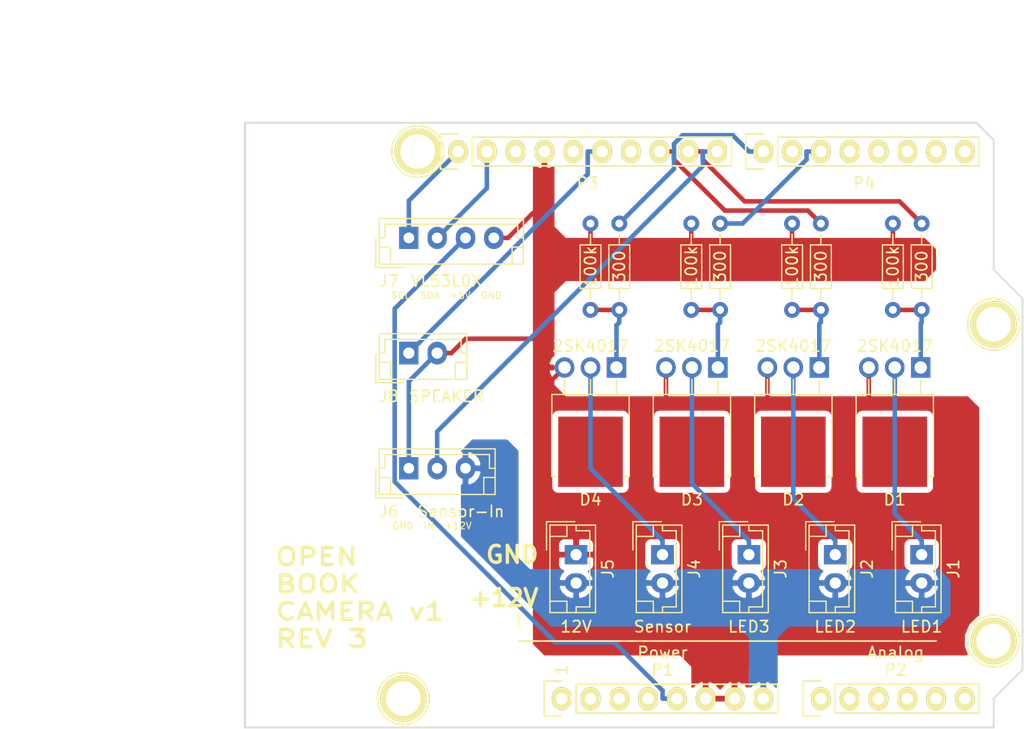
<source format=kicad_pcb>
(kicad_pcb (version 20171130) (host pcbnew "(5.0.0)")

  (general
    (thickness 1.6)
    (drawings 39)
    (tracks 82)
    (zones 0)
    (modules 28)
    (nets 43)
  )

  (page A4)
  (title_block
    (date "lun. 30 mars 2015")
  )

  (layers
    (0 F.Cu signal)
    (31 B.Cu signal)
    (32 B.Adhes user)
    (33 F.Adhes user)
    (34 B.Paste user)
    (35 F.Paste user)
    (36 B.SilkS user)
    (37 F.SilkS user)
    (38 B.Mask user)
    (39 F.Mask user)
    (40 Dwgs.User user)
    (41 Cmts.User user)
    (42 Eco1.User user)
    (43 Eco2.User user)
    (44 Edge.Cuts user)
    (45 Margin user)
    (46 B.CrtYd user)
    (47 F.CrtYd user)
    (48 B.Fab user hide)
    (49 F.Fab user)
  )

  (setup
    (last_trace_width 0.4)
    (trace_clearance 0.2)
    (zone_clearance 0.508)
    (zone_45_only no)
    (trace_min 0.2)
    (segment_width 0.15)
    (edge_width 0.15)
    (via_size 0.6)
    (via_drill 0.4)
    (via_min_size 0.5)
    (via_min_drill 0.3)
    (uvia_size 0.3)
    (uvia_drill 0.1)
    (uvias_allowed no)
    (uvia_min_size 0.2)
    (uvia_min_drill 0.1)
    (pcb_text_width 0.3)
    (pcb_text_size 1.5 1.5)
    (mod_edge_width 0.15)
    (mod_text_size 1 1)
    (mod_text_width 0.15)
    (pad_size 1.7 1.95)
    (pad_drill 0.95)
    (pad_to_mask_clearance 0)
    (aux_axis_origin 110.998 126.365)
    (grid_origin 110.998 126.365)
    (visible_elements 7FFFEFFF)
    (pcbplotparams
      (layerselection 0x010f0_ffffffff)
      (usegerberextensions true)
      (usegerberattributes false)
      (usegerberadvancedattributes false)
      (creategerberjobfile false)
      (excludeedgelayer true)
      (linewidth 0.100000)
      (plotframeref false)
      (viasonmask false)
      (mode 1)
      (useauxorigin false)
      (hpglpennumber 1)
      (hpglpenspeed 20)
      (hpglpendiameter 15.000000)
      (psnegative false)
      (psa4output false)
      (plotreference true)
      (plotvalue true)
      (plotinvisibletext false)
      (padsonsilk false)
      (subtractmaskfromsilk false)
      (outputformat 1)
      (mirror false)
      (drillshape 0)
      (scaleselection 1)
      (outputdirectory "PCBv2/"))
  )

  (net 0 "")
  (net 1 /IOREF)
  (net 2 /Reset)
  (net 3 +5V)
  (net 4 GND)
  (net 5 /A0)
  (net 6 /A1)
  (net 7 /A2)
  (net 8 /A3)
  (net 9 /AREF)
  (net 10 "/A4(SDA)")
  (net 11 "/A5(SCL)")
  (net 12 "/9(**)")
  (net 13 /8)
  (net 14 /7)
  (net 15 "/6(**)")
  (net 16 "/5(**)")
  (net 17 /4)
  (net 18 "/3(**)")
  (net 19 /2)
  (net 20 "/1(Tx)")
  (net 21 "/0(Rx)")
  (net 22 "Net-(P5-Pad1)")
  (net 23 "Net-(P6-Pad1)")
  (net 24 "Net-(P7-Pad1)")
  (net 25 "Net-(P8-Pad1)")
  (net 26 "/13(SCK)")
  (net 27 "/10(**/SS)")
  (net 28 "Net-(P1-Pad1)")
  (net 29 +3V3)
  (net 30 "/12(MISO)")
  (net 31 "/11(**/MOSI)")
  (net 32 "Net-(D1-Pad1)")
  (net 33 "Net-(D4-Pad1)")
  (net 34 "Net-(D3-Pad1)")
  (net 35 "Net-(D2-Pad1)")
  (net 36 +12V)
  (net 37 "Net-(P2-Pad5)")
  (net 38 "Net-(P2-Pad6)")
  (net 39 "Net-(D4-Pad2)")
  (net 40 "Net-(D3-Pad2)")
  (net 41 "Net-(D2-Pad2)")
  (net 42 "Net-(D1-Pad2)")

  (net_class Default "This is the default net class."
    (clearance 0.2)
    (trace_width 0.4)
    (via_dia 0.6)
    (via_drill 0.4)
    (uvia_dia 0.3)
    (uvia_drill 0.1)
    (add_net +12V)
    (add_net +3V3)
    (add_net +5V)
    (add_net "/0(Rx)")
    (add_net "/1(Tx)")
    (add_net "/10(**/SS)")
    (add_net "/11(**/MOSI)")
    (add_net "/12(MISO)")
    (add_net "/13(SCK)")
    (add_net /2)
    (add_net "/3(**)")
    (add_net /4)
    (add_net "/5(**)")
    (add_net "/6(**)")
    (add_net /7)
    (add_net /8)
    (add_net "/9(**)")
    (add_net /A0)
    (add_net /A1)
    (add_net /A2)
    (add_net /A3)
    (add_net "/A4(SDA)")
    (add_net "/A5(SCL)")
    (add_net /AREF)
    (add_net /IOREF)
    (add_net /Reset)
    (add_net GND)
    (add_net "Net-(D1-Pad1)")
    (add_net "Net-(D1-Pad2)")
    (add_net "Net-(D2-Pad1)")
    (add_net "Net-(D2-Pad2)")
    (add_net "Net-(D3-Pad1)")
    (add_net "Net-(D3-Pad2)")
    (add_net "Net-(D4-Pad1)")
    (add_net "Net-(D4-Pad2)")
    (add_net "Net-(P1-Pad1)")
    (add_net "Net-(P2-Pad5)")
    (add_net "Net-(P2-Pad6)")
    (add_net "Net-(P5-Pad1)")
    (add_net "Net-(P6-Pad1)")
    (add_net "Net-(P7-Pad1)")
    (add_net "Net-(P8-Pad1)")
  )

  (net_class 12V ""
    (clearance 0.2)
    (trace_width 2)
    (via_dia 0.6)
    (via_drill 0.4)
    (uvia_dia 0.3)
    (uvia_drill 0.1)
  )

  (net_class GND ""
    (clearance 0.2)
    (trace_width 2)
    (via_dia 0.6)
    (via_drill 0.4)
    (uvia_dia 0.3)
    (uvia_drill 0.1)
  )

  (module Connector_JST:JST_EH_B02B-EH-A_1x02_P2.50mm_Vertical (layer F.Cu) (tedit 5B760132) (tstamp 5B766EF0)
    (at 125.453 93.345)
    (descr "JST EH series connector, B02B-EH-A (http://www.jst-mfg.com/product/pdf/eng/eEH.pdf), generated with kicad-footprint-generator")
    (tags "connector JST EH side entry")
    (path /5B78F665)
    (fp_text reference J8 (at -1.755 3.81) (layer F.SilkS)
      (effects (font (size 1 1) (thickness 0.15)))
    )
    (fp_text value SPEAKER (at 3.325 3.81) (layer F.SilkS)
      (effects (font (size 1 1) (thickness 0.15)))
    )
    (fp_line (start -2.5 -1.6) (end -2.5 2.2) (layer F.Fab) (width 0.1))
    (fp_line (start -2.5 2.2) (end 5 2.2) (layer F.Fab) (width 0.1))
    (fp_line (start 5 2.2) (end 5 -1.6) (layer F.Fab) (width 0.1))
    (fp_line (start 5 -1.6) (end -2.5 -1.6) (layer F.Fab) (width 0.1))
    (fp_line (start -3 -2.1) (end -3 2.7) (layer F.CrtYd) (width 0.05))
    (fp_line (start -3 2.7) (end 5.5 2.7) (layer F.CrtYd) (width 0.05))
    (fp_line (start 5.5 2.7) (end 5.5 -2.1) (layer F.CrtYd) (width 0.05))
    (fp_line (start 5.5 -2.1) (end -3 -2.1) (layer F.CrtYd) (width 0.05))
    (fp_line (start -2.61 -1.71) (end -2.61 2.31) (layer F.SilkS) (width 0.12))
    (fp_line (start -2.61 2.31) (end 5.11 2.31) (layer F.SilkS) (width 0.12))
    (fp_line (start 5.11 2.31) (end 5.11 -1.71) (layer F.SilkS) (width 0.12))
    (fp_line (start 5.11 -1.71) (end -2.61 -1.71) (layer F.SilkS) (width 0.12))
    (fp_line (start -2.61 0) (end -2.11 0) (layer F.SilkS) (width 0.12))
    (fp_line (start -2.11 0) (end -2.11 -1.21) (layer F.SilkS) (width 0.12))
    (fp_line (start -2.11 -1.21) (end 4.61 -1.21) (layer F.SilkS) (width 0.12))
    (fp_line (start 4.61 -1.21) (end 4.61 0) (layer F.SilkS) (width 0.12))
    (fp_line (start 4.61 0) (end 5.11 0) (layer F.SilkS) (width 0.12))
    (fp_line (start -2.61 0.81) (end -1.61 0.81) (layer F.SilkS) (width 0.12))
    (fp_line (start -1.61 0.81) (end -1.61 2.31) (layer F.SilkS) (width 0.12))
    (fp_line (start 5.11 0.81) (end 4.11 0.81) (layer F.SilkS) (width 0.12))
    (fp_line (start 4.11 0.81) (end 4.11 2.31) (layer F.SilkS) (width 0.12))
    (fp_line (start -2.91 0.11) (end -2.91 2.61) (layer F.SilkS) (width 0.12))
    (fp_line (start -2.91 2.61) (end -0.41 2.61) (layer F.SilkS) (width 0.12))
    (fp_line (start -2.91 0.11) (end -2.91 2.61) (layer F.Fab) (width 0.1))
    (fp_line (start -2.91 2.61) (end -0.41 2.61) (layer F.Fab) (width 0.1))
    (fp_text user %R (at 1.25 1.5) (layer F.Fab)
      (effects (font (size 1 1) (thickness 0.15)))
    )
    (pad 1 thru_hole rect (at 0 0) (size 1.7 2) (drill 1) (layers *.Cu *.Mask)
      (net 30 "/12(MISO)"))
    (pad 2 thru_hole oval (at 2.5 0) (size 1.7 2) (drill 1) (layers *.Cu *.Mask)
      (net 4 GND))
    (model ${KISYS3DMOD}/Connector_JST.3dshapes/JST_EH_B02B-EH-A_1x02_P2.50mm_Vertical.wrl
      (at (xyz 0 0 0))
      (scale (xyz 1 1 1))
      (rotate (xyz 0 0 0))
    )
  )

  (module Connector_JST:JST_EH_B03B-EH-A_1x03_P2.50mm_Vertical (layer F.Cu) (tedit 5B760136) (tstamp 5B75F7BC)
    (at 125.453 103.505)
    (descr "JST EH series connector, B03B-EH-A (http://www.jst-mfg.com/product/pdf/eng/eEH.pdf), generated with kicad-footprint-generator")
    (tags "connector JST EH side entry")
    (path /5B75AFD9)
    (fp_text reference J6 (at -1.755 3.81) (layer F.SilkS)
      (effects (font (size 1 1) (thickness 0.15)))
    )
    (fp_text value Sensor-In (at 4.595 3.81) (layer F.SilkS)
      (effects (font (size 1 1) (thickness 0.15)))
    )
    (fp_line (start -2.5 -1.6) (end -2.5 2.2) (layer F.Fab) (width 0.1))
    (fp_line (start -2.5 2.2) (end 7.5 2.2) (layer F.Fab) (width 0.1))
    (fp_line (start 7.5 2.2) (end 7.5 -1.6) (layer F.Fab) (width 0.1))
    (fp_line (start 7.5 -1.6) (end -2.5 -1.6) (layer F.Fab) (width 0.1))
    (fp_line (start -3 -2.1) (end -3 2.7) (layer F.CrtYd) (width 0.05))
    (fp_line (start -3 2.7) (end 8 2.7) (layer F.CrtYd) (width 0.05))
    (fp_line (start 8 2.7) (end 8 -2.1) (layer F.CrtYd) (width 0.05))
    (fp_line (start 8 -2.1) (end -3 -2.1) (layer F.CrtYd) (width 0.05))
    (fp_line (start -2.61 -1.71) (end -2.61 2.31) (layer F.SilkS) (width 0.12))
    (fp_line (start -2.61 2.31) (end 7.61 2.31) (layer F.SilkS) (width 0.12))
    (fp_line (start 7.61 2.31) (end 7.61 -1.71) (layer F.SilkS) (width 0.12))
    (fp_line (start 7.61 -1.71) (end -2.61 -1.71) (layer F.SilkS) (width 0.12))
    (fp_line (start -2.61 0) (end -2.11 0) (layer F.SilkS) (width 0.12))
    (fp_line (start -2.11 0) (end -2.11 -1.21) (layer F.SilkS) (width 0.12))
    (fp_line (start -2.11 -1.21) (end 7.11 -1.21) (layer F.SilkS) (width 0.12))
    (fp_line (start 7.11 -1.21) (end 7.11 0) (layer F.SilkS) (width 0.12))
    (fp_line (start 7.11 0) (end 7.61 0) (layer F.SilkS) (width 0.12))
    (fp_line (start -2.61 0.81) (end -1.61 0.81) (layer F.SilkS) (width 0.12))
    (fp_line (start -1.61 0.81) (end -1.61 2.31) (layer F.SilkS) (width 0.12))
    (fp_line (start 7.61 0.81) (end 6.61 0.81) (layer F.SilkS) (width 0.12))
    (fp_line (start 6.61 0.81) (end 6.61 2.31) (layer F.SilkS) (width 0.12))
    (fp_line (start -2.91 0.11) (end -2.91 2.61) (layer F.SilkS) (width 0.12))
    (fp_line (start -2.91 2.61) (end -0.41 2.61) (layer F.SilkS) (width 0.12))
    (fp_line (start -2.91 0.11) (end -2.91 2.61) (layer F.Fab) (width 0.1))
    (fp_line (start -2.91 2.61) (end -0.41 2.61) (layer F.Fab) (width 0.1))
    (fp_text user %R (at 2.5 1.5) (layer F.Fab)
      (effects (font (size 1 1) (thickness 0.15)))
    )
    (pad 1 thru_hole rect (at 0 0) (size 1.7 1.95) (drill 0.95) (layers *.Cu *.Mask)
      (net 4 GND))
    (pad 2 thru_hole oval (at 2.5 0) (size 1.7 1.95) (drill 0.95) (layers *.Cu *.Mask)
      (net 13 /8))
    (pad 3 thru_hole oval (at 5 0) (size 1.7 1.95) (drill 0.95) (layers *.Cu *.Mask)
      (net 36 +12V))
    (model ${KISYS3DMOD}/Connector_JST.3dshapes/JST_EH_B03B-EH-A_1x03_P2.50mm_Vertical.wrl
      (at (xyz 0 0 0))
      (scale (xyz 1 1 1))
      (rotate (xyz 0 0 0))
    )
  )

  (module Connector_JST:JST_EH_B04B-EH-A_1x04_P2.50mm_Vertical (layer F.Cu) (tedit 5B76012C) (tstamp 5B75F79B)
    (at 125.453 83.185)
    (descr "JST EH series connector, B04B-EH-A (http://www.jst-mfg.com/product/pdf/eng/eEH.pdf), generated with kicad-footprint-generator")
    (tags "connector JST EH side entry")
    (path /5B7647F8)
    (fp_text reference J7 (at -1.755 3.81) (layer F.SilkS)
      (effects (font (size 1 1) (thickness 0.15)))
    )
    (fp_text value VL53L0X (at 3.325 3.81) (layer F.SilkS)
      (effects (font (size 1 1) (thickness 0.15)))
    )
    (fp_line (start -2.5 -1.6) (end -2.5 2.2) (layer F.Fab) (width 0.1))
    (fp_line (start -2.5 2.2) (end 10 2.2) (layer F.Fab) (width 0.1))
    (fp_line (start 10 2.2) (end 10 -1.6) (layer F.Fab) (width 0.1))
    (fp_line (start 10 -1.6) (end -2.5 -1.6) (layer F.Fab) (width 0.1))
    (fp_line (start -3 -2.1) (end -3 2.7) (layer F.CrtYd) (width 0.05))
    (fp_line (start -3 2.7) (end 10.5 2.7) (layer F.CrtYd) (width 0.05))
    (fp_line (start 10.5 2.7) (end 10.5 -2.1) (layer F.CrtYd) (width 0.05))
    (fp_line (start 10.5 -2.1) (end -3 -2.1) (layer F.CrtYd) (width 0.05))
    (fp_line (start -2.61 -1.71) (end -2.61 2.31) (layer F.SilkS) (width 0.12))
    (fp_line (start -2.61 2.31) (end 10.11 2.31) (layer F.SilkS) (width 0.12))
    (fp_line (start 10.11 2.31) (end 10.11 -1.71) (layer F.SilkS) (width 0.12))
    (fp_line (start 10.11 -1.71) (end -2.61 -1.71) (layer F.SilkS) (width 0.12))
    (fp_line (start -2.61 0) (end -2.11 0) (layer F.SilkS) (width 0.12))
    (fp_line (start -2.11 0) (end -2.11 -1.21) (layer F.SilkS) (width 0.12))
    (fp_line (start -2.11 -1.21) (end 9.61 -1.21) (layer F.SilkS) (width 0.12))
    (fp_line (start 9.61 -1.21) (end 9.61 0) (layer F.SilkS) (width 0.12))
    (fp_line (start 9.61 0) (end 10.11 0) (layer F.SilkS) (width 0.12))
    (fp_line (start -2.61 0.81) (end -1.61 0.81) (layer F.SilkS) (width 0.12))
    (fp_line (start -1.61 0.81) (end -1.61 2.31) (layer F.SilkS) (width 0.12))
    (fp_line (start 10.11 0.81) (end 9.11 0.81) (layer F.SilkS) (width 0.12))
    (fp_line (start 9.11 0.81) (end 9.11 2.31) (layer F.SilkS) (width 0.12))
    (fp_line (start -2.91 0.11) (end -2.91 2.61) (layer F.SilkS) (width 0.12))
    (fp_line (start -2.91 2.61) (end -0.41 2.61) (layer F.SilkS) (width 0.12))
    (fp_line (start -2.91 0.11) (end -2.91 2.61) (layer F.Fab) (width 0.1))
    (fp_line (start -2.91 2.61) (end -0.41 2.61) (layer F.Fab) (width 0.1))
    (fp_text user %R (at 3.75 1.5) (layer F.Fab)
      (effects (font (size 1 1) (thickness 0.15)))
    )
    (pad 1 thru_hole rect (at 0 0) (size 1.7 1.95) (drill 0.95) (layers *.Cu *.Mask)
      (net 11 "/A5(SCL)"))
    (pad 2 thru_hole oval (at 2.5 0) (size 1.7 1.95) (drill 0.95) (layers *.Cu *.Mask)
      (net 10 "/A4(SDA)"))
    (pad 3 thru_hole oval (at 5 0) (size 1.7 1.95) (drill 0.95) (layers *.Cu *.Mask)
      (net 3 +5V))
    (pad 4 thru_hole oval (at 7.5 0) (size 1.7 1.95) (drill 0.95) (layers *.Cu *.Mask)
      (net 4 GND))
    (model ${KISYS3DMOD}/Connector_JST.3dshapes/JST_EH_B04B-EH-A_1x04_P2.50mm_Vertical.wrl
      (at (xyz 0 0 0))
      (scale (xyz 1 1 1))
      (rotate (xyz 0 0 0))
    )
  )

  (module Connector_JST:JST_EH_B02B-EH-A_1x02_P2.50mm_Vertical (layer F.Cu) (tedit 5B760151) (tstamp 5B81ACAE)
    (at 163.068 111.125 270)
    (descr "JST EH series connector, B02B-EH-A (http://www.jst-mfg.com/product/pdf/eng/eEH.pdf), generated with kicad-footprint-generator")
    (tags "connector JST EH side entry")
    (path /5B77746B)
    (fp_text reference J2 (at 1.25 -2.8 270) (layer F.SilkS)
      (effects (font (size 1 1) (thickness 0.15)))
    )
    (fp_text value LED2 (at 6.35 0 180) (layer F.SilkS)
      (effects (font (size 1 1) (thickness 0.15)))
    )
    (fp_text user %R (at 1.25 1.5 270) (layer F.Fab)
      (effects (font (size 1 1) (thickness 0.15)))
    )
    (fp_line (start -2.91 2.61) (end -0.41 2.61) (layer F.Fab) (width 0.1))
    (fp_line (start -2.91 0.11) (end -2.91 2.61) (layer F.Fab) (width 0.1))
    (fp_line (start -2.91 2.61) (end -0.41 2.61) (layer F.SilkS) (width 0.12))
    (fp_line (start -2.91 0.11) (end -2.91 2.61) (layer F.SilkS) (width 0.12))
    (fp_line (start 4.11 0.81) (end 4.11 2.31) (layer F.SilkS) (width 0.12))
    (fp_line (start 5.11 0.81) (end 4.11 0.81) (layer F.SilkS) (width 0.12))
    (fp_line (start -1.61 0.81) (end -1.61 2.31) (layer F.SilkS) (width 0.12))
    (fp_line (start -2.61 0.81) (end -1.61 0.81) (layer F.SilkS) (width 0.12))
    (fp_line (start 4.61 0) (end 5.11 0) (layer F.SilkS) (width 0.12))
    (fp_line (start 4.61 -1.21) (end 4.61 0) (layer F.SilkS) (width 0.12))
    (fp_line (start -2.11 -1.21) (end 4.61 -1.21) (layer F.SilkS) (width 0.12))
    (fp_line (start -2.11 0) (end -2.11 -1.21) (layer F.SilkS) (width 0.12))
    (fp_line (start -2.61 0) (end -2.11 0) (layer F.SilkS) (width 0.12))
    (fp_line (start 5.11 -1.71) (end -2.61 -1.71) (layer F.SilkS) (width 0.12))
    (fp_line (start 5.11 2.31) (end 5.11 -1.71) (layer F.SilkS) (width 0.12))
    (fp_line (start -2.61 2.31) (end 5.11 2.31) (layer F.SilkS) (width 0.12))
    (fp_line (start -2.61 -1.71) (end -2.61 2.31) (layer F.SilkS) (width 0.12))
    (fp_line (start 5.5 -2.1) (end -3 -2.1) (layer F.CrtYd) (width 0.05))
    (fp_line (start 5.5 2.7) (end 5.5 -2.1) (layer F.CrtYd) (width 0.05))
    (fp_line (start -3 2.7) (end 5.5 2.7) (layer F.CrtYd) (width 0.05))
    (fp_line (start -3 -2.1) (end -3 2.7) (layer F.CrtYd) (width 0.05))
    (fp_line (start 5 -1.6) (end -2.5 -1.6) (layer F.Fab) (width 0.1))
    (fp_line (start 5 2.2) (end 5 -1.6) (layer F.Fab) (width 0.1))
    (fp_line (start -2.5 2.2) (end 5 2.2) (layer F.Fab) (width 0.1))
    (fp_line (start -2.5 -1.6) (end -2.5 2.2) (layer F.Fab) (width 0.1))
    (pad 2 thru_hole oval (at 2.5 0 270) (size 1.7 2) (drill 1) (layers *.Cu *.Mask)
      (net 36 +12V))
    (pad 1 thru_hole rect (at 0 0 270) (size 1.7 2) (drill 1) (layers *.Cu *.Mask)
      (net 41 "Net-(D2-Pad2)"))
    (model ${KISYS3DMOD}/Connector_JST.3dshapes/JST_EH_B02B-EH-A_1x02_P2.50mm_Vertical.wrl
      (at (xyz 0 0 0))
      (scale (xyz 1 1 1))
      (rotate (xyz 0 0 0))
    )
  )

  (module Connector_JST:JST_EH_B02B-EH-A_1x02_P2.50mm_Vertical (layer F.Cu) (tedit 5B76014E) (tstamp 5B81AC8E)
    (at 155.448 111.125 270)
    (descr "JST EH series connector, B02B-EH-A (http://www.jst-mfg.com/product/pdf/eng/eEH.pdf), generated with kicad-footprint-generator")
    (tags "connector JST EH side entry")
    (path /5B77F2C1)
    (fp_text reference J3 (at 1.25 -2.8 270) (layer F.SilkS)
      (effects (font (size 1 1) (thickness 0.15)))
    )
    (fp_text value LED3 (at 6.35 0) (layer F.SilkS)
      (effects (font (size 1 1) (thickness 0.15)))
    )
    (fp_line (start -2.5 -1.6) (end -2.5 2.2) (layer F.Fab) (width 0.1))
    (fp_line (start -2.5 2.2) (end 5 2.2) (layer F.Fab) (width 0.1))
    (fp_line (start 5 2.2) (end 5 -1.6) (layer F.Fab) (width 0.1))
    (fp_line (start 5 -1.6) (end -2.5 -1.6) (layer F.Fab) (width 0.1))
    (fp_line (start -3 -2.1) (end -3 2.7) (layer F.CrtYd) (width 0.05))
    (fp_line (start -3 2.7) (end 5.5 2.7) (layer F.CrtYd) (width 0.05))
    (fp_line (start 5.5 2.7) (end 5.5 -2.1) (layer F.CrtYd) (width 0.05))
    (fp_line (start 5.5 -2.1) (end -3 -2.1) (layer F.CrtYd) (width 0.05))
    (fp_line (start -2.61 -1.71) (end -2.61 2.31) (layer F.SilkS) (width 0.12))
    (fp_line (start -2.61 2.31) (end 5.11 2.31) (layer F.SilkS) (width 0.12))
    (fp_line (start 5.11 2.31) (end 5.11 -1.71) (layer F.SilkS) (width 0.12))
    (fp_line (start 5.11 -1.71) (end -2.61 -1.71) (layer F.SilkS) (width 0.12))
    (fp_line (start -2.61 0) (end -2.11 0) (layer F.SilkS) (width 0.12))
    (fp_line (start -2.11 0) (end -2.11 -1.21) (layer F.SilkS) (width 0.12))
    (fp_line (start -2.11 -1.21) (end 4.61 -1.21) (layer F.SilkS) (width 0.12))
    (fp_line (start 4.61 -1.21) (end 4.61 0) (layer F.SilkS) (width 0.12))
    (fp_line (start 4.61 0) (end 5.11 0) (layer F.SilkS) (width 0.12))
    (fp_line (start -2.61 0.81) (end -1.61 0.81) (layer F.SilkS) (width 0.12))
    (fp_line (start -1.61 0.81) (end -1.61 2.31) (layer F.SilkS) (width 0.12))
    (fp_line (start 5.11 0.81) (end 4.11 0.81) (layer F.SilkS) (width 0.12))
    (fp_line (start 4.11 0.81) (end 4.11 2.31) (layer F.SilkS) (width 0.12))
    (fp_line (start -2.91 0.11) (end -2.91 2.61) (layer F.SilkS) (width 0.12))
    (fp_line (start -2.91 2.61) (end -0.41 2.61) (layer F.SilkS) (width 0.12))
    (fp_line (start -2.91 0.11) (end -2.91 2.61) (layer F.Fab) (width 0.1))
    (fp_line (start -2.91 2.61) (end -0.41 2.61) (layer F.Fab) (width 0.1))
    (fp_text user %R (at 1.25 1.5 270) (layer F.Fab)
      (effects (font (size 1 1) (thickness 0.15)))
    )
    (pad 1 thru_hole rect (at 0 0 270) (size 1.7 2) (drill 1) (layers *.Cu *.Mask)
      (net 40 "Net-(D3-Pad2)"))
    (pad 2 thru_hole oval (at 2.5 0 270) (size 1.7 2) (drill 1) (layers *.Cu *.Mask)
      (net 36 +12V))
    (model ${KISYS3DMOD}/Connector_JST.3dshapes/JST_EH_B02B-EH-A_1x02_P2.50mm_Vertical.wrl
      (at (xyz 0 0 0))
      (scale (xyz 1 1 1))
      (rotate (xyz 0 0 0))
    )
  )

  (module Connector_JST:JST_EH_B02B-EH-A_1x02_P2.50mm_Vertical (layer F.Cu) (tedit 5B876B68) (tstamp 5B81AC6E)
    (at 147.828 111.125 270)
    (descr "JST EH series connector, B02B-EH-A (http://www.jst-mfg.com/product/pdf/eng/eEH.pdf), generated with kicad-footprint-generator")
    (tags "connector JST EH side entry")
    (path /5B78008E)
    (fp_text reference J4 (at 1.25 -2.8 270) (layer F.SilkS)
      (effects (font (size 1 1) (thickness 0.15)))
    )
    (fp_text value Sensor (at 6.35 0 180) (layer F.SilkS)
      (effects (font (size 1 1) (thickness 0.15)))
    )
    (fp_text user %R (at 1.25 1.5 270) (layer F.Fab)
      (effects (font (size 1 1) (thickness 0.15)))
    )
    (fp_line (start -2.91 2.61) (end -0.41 2.61) (layer F.Fab) (width 0.1))
    (fp_line (start -2.91 0.11) (end -2.91 2.61) (layer F.Fab) (width 0.1))
    (fp_line (start -2.91 2.61) (end -0.41 2.61) (layer F.SilkS) (width 0.12))
    (fp_line (start -2.91 0.11) (end -2.91 2.61) (layer F.SilkS) (width 0.12))
    (fp_line (start 4.11 0.81) (end 4.11 2.31) (layer F.SilkS) (width 0.12))
    (fp_line (start 5.11 0.81) (end 4.11 0.81) (layer F.SilkS) (width 0.12))
    (fp_line (start -1.61 0.81) (end -1.61 2.31) (layer F.SilkS) (width 0.12))
    (fp_line (start -2.61 0.81) (end -1.61 0.81) (layer F.SilkS) (width 0.12))
    (fp_line (start 4.61 0) (end 5.11 0) (layer F.SilkS) (width 0.12))
    (fp_line (start 4.61 -1.21) (end 4.61 0) (layer F.SilkS) (width 0.12))
    (fp_line (start -2.11 -1.21) (end 4.61 -1.21) (layer F.SilkS) (width 0.12))
    (fp_line (start -2.11 0) (end -2.11 -1.21) (layer F.SilkS) (width 0.12))
    (fp_line (start -2.61 0) (end -2.11 0) (layer F.SilkS) (width 0.12))
    (fp_line (start 5.11 -1.71) (end -2.61 -1.71) (layer F.SilkS) (width 0.12))
    (fp_line (start 5.11 2.31) (end 5.11 -1.71) (layer F.SilkS) (width 0.12))
    (fp_line (start -2.61 2.31) (end 5.11 2.31) (layer F.SilkS) (width 0.12))
    (fp_line (start -2.61 -1.71) (end -2.61 2.31) (layer F.SilkS) (width 0.12))
    (fp_line (start 5.5 -2.1) (end -3 -2.1) (layer F.CrtYd) (width 0.05))
    (fp_line (start 5.5 2.7) (end 5.5 -2.1) (layer F.CrtYd) (width 0.05))
    (fp_line (start -3 2.7) (end 5.5 2.7) (layer F.CrtYd) (width 0.05))
    (fp_line (start -3 -2.1) (end -3 2.7) (layer F.CrtYd) (width 0.05))
    (fp_line (start 5 -1.6) (end -2.5 -1.6) (layer F.Fab) (width 0.1))
    (fp_line (start 5 2.2) (end 5 -1.6) (layer F.Fab) (width 0.1))
    (fp_line (start -2.5 2.2) (end 5 2.2) (layer F.Fab) (width 0.1))
    (fp_line (start -2.5 -1.6) (end -2.5 2.2) (layer F.Fab) (width 0.1))
    (pad 2 thru_hole oval (at 2.5 0 270) (size 1.7 2) (drill 1) (layers *.Cu *.Mask)
      (net 36 +12V))
    (pad 1 thru_hole rect (at 0 0 270) (size 1.7 2) (drill 1) (layers *.Cu *.Mask)
      (net 39 "Net-(D4-Pad2)"))
    (model ${KISYS3DMOD}/Connector_JST.3dshapes/JST_EH_B02B-EH-A_1x02_P2.50mm_Vertical.wrl
      (at (xyz 0 0 0))
      (scale (xyz 1 1 1))
      (rotate (xyz 0 0 0))
    )
  )

  (module Connector_JST:JST_EH_B02B-EH-A_1x02_P2.50mm_Vertical (layer F.Cu) (tedit 5B876B89) (tstamp 5B81AC4E)
    (at 140.208 111.125 270)
    (descr "JST EH series connector, B02B-EH-A (http://www.jst-mfg.com/product/pdf/eng/eEH.pdf), generated with kicad-footprint-generator")
    (tags "connector JST EH side entry")
    (path /5B794574)
    (fp_text reference J5 (at 1.25 -2.8 270) (layer F.SilkS)
      (effects (font (size 1 1) (thickness 0.15)))
    )
    (fp_text value 12V (at 6.35 0 180) (layer F.SilkS)
      (effects (font (size 1 1) (thickness 0.15)))
    )
    (fp_line (start -2.5 -1.6) (end -2.5 2.2) (layer F.Fab) (width 0.1))
    (fp_line (start -2.5 2.2) (end 5 2.2) (layer F.Fab) (width 0.1))
    (fp_line (start 5 2.2) (end 5 -1.6) (layer F.Fab) (width 0.1))
    (fp_line (start 5 -1.6) (end -2.5 -1.6) (layer F.Fab) (width 0.1))
    (fp_line (start -3 -2.1) (end -3 2.7) (layer F.CrtYd) (width 0.05))
    (fp_line (start -3 2.7) (end 5.5 2.7) (layer F.CrtYd) (width 0.05))
    (fp_line (start 5.5 2.7) (end 5.5 -2.1) (layer F.CrtYd) (width 0.05))
    (fp_line (start 5.5 -2.1) (end -3 -2.1) (layer F.CrtYd) (width 0.05))
    (fp_line (start -2.61 -1.71) (end -2.61 2.31) (layer F.SilkS) (width 0.12))
    (fp_line (start -2.61 2.31) (end 5.11 2.31) (layer F.SilkS) (width 0.12))
    (fp_line (start 5.11 2.31) (end 5.11 -1.71) (layer F.SilkS) (width 0.12))
    (fp_line (start 5.11 -1.71) (end -2.61 -1.71) (layer F.SilkS) (width 0.12))
    (fp_line (start -2.61 0) (end -2.11 0) (layer F.SilkS) (width 0.12))
    (fp_line (start -2.11 0) (end -2.11 -1.21) (layer F.SilkS) (width 0.12))
    (fp_line (start -2.11 -1.21) (end 4.61 -1.21) (layer F.SilkS) (width 0.12))
    (fp_line (start 4.61 -1.21) (end 4.61 0) (layer F.SilkS) (width 0.12))
    (fp_line (start 4.61 0) (end 5.11 0) (layer F.SilkS) (width 0.12))
    (fp_line (start -2.61 0.81) (end -1.61 0.81) (layer F.SilkS) (width 0.12))
    (fp_line (start -1.61 0.81) (end -1.61 2.31) (layer F.SilkS) (width 0.12))
    (fp_line (start 5.11 0.81) (end 4.11 0.81) (layer F.SilkS) (width 0.12))
    (fp_line (start 4.11 0.81) (end 4.11 2.31) (layer F.SilkS) (width 0.12))
    (fp_line (start -2.91 0.11) (end -2.91 2.61) (layer F.SilkS) (width 0.12))
    (fp_line (start -2.91 2.61) (end -0.41 2.61) (layer F.SilkS) (width 0.12))
    (fp_line (start -2.91 0.11) (end -2.91 2.61) (layer F.Fab) (width 0.1))
    (fp_line (start -2.91 2.61) (end -0.41 2.61) (layer F.Fab) (width 0.1))
    (fp_text user %R (at 1.25 1.5 270) (layer F.Fab)
      (effects (font (size 1 1) (thickness 0.15)))
    )
    (pad 1 thru_hole rect (at 0 0 270) (size 1.7 2) (drill 1) (layers *.Cu *.Mask)
      (net 4 GND))
    (pad 2 thru_hole oval (at 2.5 0 270) (size 1.7 2) (drill 1) (layers *.Cu *.Mask)
      (net 36 +12V))
    (model ${KISYS3DMOD}/Connector_JST.3dshapes/JST_EH_B02B-EH-A_1x02_P2.50mm_Vertical.wrl
      (at (xyz 0 0 0))
      (scale (xyz 1 1 1))
      (rotate (xyz 0 0 0))
    )
  )

  (module Connector_JST:JST_EH_B02B-EH-A_1x02_P2.50mm_Vertical (layer F.Cu) (tedit 5B760154) (tstamp 5B819421)
    (at 170.688 111.125 270)
    (descr "JST EH series connector, B02B-EH-A (http://www.jst-mfg.com/product/pdf/eng/eEH.pdf), generated with kicad-footprint-generator")
    (tags "connector JST EH side entry")
    (path /5B783DF9)
    (fp_text reference J1 (at 1.25 -2.8 270) (layer F.SilkS)
      (effects (font (size 1 1) (thickness 0.15)))
    )
    (fp_text value LED1 (at 6.35 0 180) (layer F.SilkS)
      (effects (font (size 1 1) (thickness 0.15)))
    )
    (fp_line (start -2.5 -1.6) (end -2.5 2.2) (layer F.Fab) (width 0.1))
    (fp_line (start -2.5 2.2) (end 5 2.2) (layer F.Fab) (width 0.1))
    (fp_line (start 5 2.2) (end 5 -1.6) (layer F.Fab) (width 0.1))
    (fp_line (start 5 -1.6) (end -2.5 -1.6) (layer F.Fab) (width 0.1))
    (fp_line (start -3 -2.1) (end -3 2.7) (layer F.CrtYd) (width 0.05))
    (fp_line (start -3 2.7) (end 5.5 2.7) (layer F.CrtYd) (width 0.05))
    (fp_line (start 5.5 2.7) (end 5.5 -2.1) (layer F.CrtYd) (width 0.05))
    (fp_line (start 5.5 -2.1) (end -3 -2.1) (layer F.CrtYd) (width 0.05))
    (fp_line (start -2.61 -1.71) (end -2.61 2.31) (layer F.SilkS) (width 0.12))
    (fp_line (start -2.61 2.31) (end 5.11 2.31) (layer F.SilkS) (width 0.12))
    (fp_line (start 5.11 2.31) (end 5.11 -1.71) (layer F.SilkS) (width 0.12))
    (fp_line (start 5.11 -1.71) (end -2.61 -1.71) (layer F.SilkS) (width 0.12))
    (fp_line (start -2.61 0) (end -2.11 0) (layer F.SilkS) (width 0.12))
    (fp_line (start -2.11 0) (end -2.11 -1.21) (layer F.SilkS) (width 0.12))
    (fp_line (start -2.11 -1.21) (end 4.61 -1.21) (layer F.SilkS) (width 0.12))
    (fp_line (start 4.61 -1.21) (end 4.61 0) (layer F.SilkS) (width 0.12))
    (fp_line (start 4.61 0) (end 5.11 0) (layer F.SilkS) (width 0.12))
    (fp_line (start -2.61 0.81) (end -1.61 0.81) (layer F.SilkS) (width 0.12))
    (fp_line (start -1.61 0.81) (end -1.61 2.31) (layer F.SilkS) (width 0.12))
    (fp_line (start 5.11 0.81) (end 4.11 0.81) (layer F.SilkS) (width 0.12))
    (fp_line (start 4.11 0.81) (end 4.11 2.31) (layer F.SilkS) (width 0.12))
    (fp_line (start -2.91 0.11) (end -2.91 2.61) (layer F.SilkS) (width 0.12))
    (fp_line (start -2.91 2.61) (end -0.41 2.61) (layer F.SilkS) (width 0.12))
    (fp_line (start -2.91 0.11) (end -2.91 2.61) (layer F.Fab) (width 0.1))
    (fp_line (start -2.91 2.61) (end -0.41 2.61) (layer F.Fab) (width 0.1))
    (fp_text user %R (at 1.25 1.5 270) (layer F.Fab)
      (effects (font (size 1 1) (thickness 0.15)))
    )
    (pad 1 thru_hole rect (at 0 0 270) (size 1.7 2) (drill 1) (layers *.Cu *.Mask)
      (net 42 "Net-(D1-Pad2)"))
    (pad 2 thru_hole oval (at 2.5 0 270) (size 1.7 2) (drill 1) (layers *.Cu *.Mask)
      (net 36 +12V))
    (model ${KISYS3DMOD}/Connector_JST.3dshapes/JST_EH_B02B-EH-A_1x02_P2.50mm_Vertical.wrl
      (at (xyz 0 0 0))
      (scale (xyz 1 1 1))
      (rotate (xyz 0 0 0))
    )
  )

  (module Package_TO_SOT_THT:TO-251-3-1EP_Horizontal_TabDown (layer F.Cu) (tedit 5B760182) (tstamp 5B81ABF0)
    (at 161.659 94.615 180)
    (descr "TO-251-3, Horizontal, RM 2.29mm, IPAK, see https://www.diodes.com/assets/Package-Files/TO251.pdf")
    (tags "TO-251-3 Horizontal RM 2.29mm IPAK")
    (path /5B7681F8)
    (fp_text reference D2 (at 2.29 -11.653333 180) (layer F.SilkS)
      (effects (font (size 1 1) (thickness 0.15)))
    )
    (fp_text value 2SK4017 (at 2.29 1.9 180) (layer F.SilkS)
      (effects (font (size 1 1) (thickness 0.15)))
    )
    (fp_line (start -0.38 -8.6) (end -0.38 -9.5) (layer F.Fab) (width 0.1))
    (fp_line (start -0.38 -9.5) (end 4.96 -9.5) (layer F.Fab) (width 0.1))
    (fp_line (start 4.96 -9.5) (end 4.96 -8.6) (layer F.Fab) (width 0.1))
    (fp_line (start 4.96 -8.6) (end -0.38 -8.6) (layer F.Fab) (width 0.1))
    (fp_line (start -1 -2.5) (end -1 -8.6) (layer F.Fab) (width 0.1))
    (fp_line (start -1 -8.6) (end 5.58 -8.6) (layer F.Fab) (width 0.1))
    (fp_line (start 5.58 -8.6) (end 5.58 -2.5) (layer F.Fab) (width 0.1))
    (fp_line (start 5.58 -2.5) (end -1 -2.5) (layer F.Fab) (width 0.1))
    (fp_line (start 0 -2.5) (end 0 0) (layer F.Fab) (width 0.1))
    (fp_line (start 2.29 -2.5) (end 2.29 0) (layer F.Fab) (width 0.1))
    (fp_line (start 4.58 -2.5) (end 4.58 0) (layer F.Fab) (width 0.1))
    (fp_line (start -1.12 -2.38) (end 5.7 -2.38) (layer F.SilkS) (width 0.12))
    (fp_line (start -1.12 -9.62) (end -0.711 -9.62) (layer F.SilkS) (width 0.12))
    (fp_line (start 5.291 -9.62) (end 5.7 -9.62) (layer F.SilkS) (width 0.12))
    (fp_line (start -1.12 -9.62) (end -1.12 -2.38) (layer F.SilkS) (width 0.12))
    (fp_line (start 5.7 -9.62) (end 5.7 -2.38) (layer F.SilkS) (width 0.12))
    (fp_line (start 0 -2.38) (end 0 -1.05) (layer F.SilkS) (width 0.12))
    (fp_line (start 2.29 -2.38) (end 2.29 -1.05) (layer F.SilkS) (width 0.12))
    (fp_line (start 4.58 -2.38) (end 4.58 -1.05) (layer F.SilkS) (width 0.12))
    (fp_line (start -1.25 -10.79) (end -1.25 1.16) (layer F.CrtYd) (width 0.05))
    (fp_line (start -1.25 1.16) (end 5.83 1.16) (layer F.CrtYd) (width 0.05))
    (fp_line (start 5.83 1.16) (end 5.83 -10.79) (layer F.CrtYd) (width 0.05))
    (fp_line (start 5.83 -10.79) (end -1.25 -10.79) (layer F.CrtYd) (width 0.05))
    (fp_text user %R (at 2.29 -11.653333 180) (layer F.Fab)
      (effects (font (size 1 1) (thickness 0.15)))
    )
    (pad 4 smd rect (at 2.29 -7.433333 180) (size 5.7 6.2) (layers F.Cu F.Paste F.Mask))
    (pad 1 thru_hole rect (at 0 0 180) (size 1.7175 1.8) (drill 1.1) (layers *.Cu *.Mask)
      (net 35 "Net-(D2-Pad1)"))
    (pad 2 thru_hole oval (at 2.29 0 180) (size 1.7175 1.8) (drill 1.1) (layers *.Cu *.Mask)
      (net 41 "Net-(D2-Pad2)"))
    (pad 3 thru_hole oval (at 4.58 0 180) (size 1.7175 1.8) (drill 1.1) (layers *.Cu *.Mask)
      (net 4 GND))
    (model ${KISYS3DMOD}/Package_TO_SOT_THT.3dshapes/TO-251-3-1EP_Horizontal_TabDown.wrl
      (at (xyz 0 0 0))
      (scale (xyz 1 1 1))
      (rotate (xyz 0 0 0))
    )
  )

  (module Package_TO_SOT_THT:TO-251-3-1EP_Horizontal_TabDown (layer F.Cu) (tedit 5B76016E) (tstamp 5B81ABD0)
    (at 152.714 94.615 180)
    (descr "TO-251-3, Horizontal, RM 2.29mm, IPAK, see https://www.diodes.com/assets/Package-Files/TO251.pdf")
    (tags "TO-251-3 Horizontal RM 2.29mm IPAK")
    (path /5B77F2B4)
    (fp_text reference D3 (at 2.29 -11.653333 180) (layer F.SilkS)
      (effects (font (size 1 1) (thickness 0.15)))
    )
    (fp_text value 2SK4017 (at 2.29 1.9 180) (layer F.SilkS)
      (effects (font (size 1 1) (thickness 0.15)))
    )
    (fp_text user %R (at 2.29 -11.653333 180) (layer F.Fab)
      (effects (font (size 1 1) (thickness 0.15)))
    )
    (fp_line (start 5.83 -10.79) (end -1.25 -10.79) (layer F.CrtYd) (width 0.05))
    (fp_line (start 5.83 1.16) (end 5.83 -10.79) (layer F.CrtYd) (width 0.05))
    (fp_line (start -1.25 1.16) (end 5.83 1.16) (layer F.CrtYd) (width 0.05))
    (fp_line (start -1.25 -10.79) (end -1.25 1.16) (layer F.CrtYd) (width 0.05))
    (fp_line (start 4.58 -2.38) (end 4.58 -1.05) (layer F.SilkS) (width 0.12))
    (fp_line (start 2.29 -2.38) (end 2.29 -1.05) (layer F.SilkS) (width 0.12))
    (fp_line (start 0 -2.38) (end 0 -1.05) (layer F.SilkS) (width 0.12))
    (fp_line (start 5.7 -9.62) (end 5.7 -2.38) (layer F.SilkS) (width 0.12))
    (fp_line (start -1.12 -9.62) (end -1.12 -2.38) (layer F.SilkS) (width 0.12))
    (fp_line (start 5.291 -9.62) (end 5.7 -9.62) (layer F.SilkS) (width 0.12))
    (fp_line (start -1.12 -9.62) (end -0.711 -9.62) (layer F.SilkS) (width 0.12))
    (fp_line (start -1.12 -2.38) (end 5.7 -2.38) (layer F.SilkS) (width 0.12))
    (fp_line (start 4.58 -2.5) (end 4.58 0) (layer F.Fab) (width 0.1))
    (fp_line (start 2.29 -2.5) (end 2.29 0) (layer F.Fab) (width 0.1))
    (fp_line (start 0 -2.5) (end 0 0) (layer F.Fab) (width 0.1))
    (fp_line (start 5.58 -2.5) (end -1 -2.5) (layer F.Fab) (width 0.1))
    (fp_line (start 5.58 -8.6) (end 5.58 -2.5) (layer F.Fab) (width 0.1))
    (fp_line (start -1 -8.6) (end 5.58 -8.6) (layer F.Fab) (width 0.1))
    (fp_line (start -1 -2.5) (end -1 -8.6) (layer F.Fab) (width 0.1))
    (fp_line (start 4.96 -8.6) (end -0.38 -8.6) (layer F.Fab) (width 0.1))
    (fp_line (start 4.96 -9.5) (end 4.96 -8.6) (layer F.Fab) (width 0.1))
    (fp_line (start -0.38 -9.5) (end 4.96 -9.5) (layer F.Fab) (width 0.1))
    (fp_line (start -0.38 -8.6) (end -0.38 -9.5) (layer F.Fab) (width 0.1))
    (pad 3 thru_hole oval (at 4.58 0 180) (size 1.7175 1.8) (drill 1.1) (layers *.Cu *.Mask)
      (net 4 GND))
    (pad 2 thru_hole oval (at 2.29 0 180) (size 1.7175 1.8) (drill 1.1) (layers *.Cu *.Mask)
      (net 40 "Net-(D3-Pad2)"))
    (pad 1 thru_hole rect (at 0 0 180) (size 1.7175 1.8) (drill 1.1) (layers *.Cu *.Mask)
      (net 34 "Net-(D3-Pad1)"))
    (pad 4 smd rect (at 2.29 -7.433333 180) (size 5.7 6.2) (layers F.Cu F.Paste F.Mask))
    (model ${KISYS3DMOD}/Package_TO_SOT_THT.3dshapes/TO-251-3-1EP_Horizontal_TabDown.wrl
      (at (xyz 0 0 0))
      (scale (xyz 1 1 1))
      (rotate (xyz 0 0 0))
    )
  )

  (module Package_TO_SOT_THT:TO-251-3-1EP_Horizontal_TabDown (layer F.Cu) (tedit 5B76016A) (tstamp 5B81ABB0)
    (at 143.768 94.615 180)
    (descr "TO-251-3, Horizontal, RM 2.29mm, IPAK, see https://www.diodes.com/assets/Package-Files/TO251.pdf")
    (tags "TO-251-3 Horizontal RM 2.29mm IPAK")
    (path /5B780081)
    (fp_text reference D4 (at 2.29 -11.653333 180) (layer F.SilkS)
      (effects (font (size 1 1) (thickness 0.15)))
    )
    (fp_text value 2SK4017 (at 2.29 1.9 180) (layer F.SilkS)
      (effects (font (size 1 1) (thickness 0.15)))
    )
    (fp_line (start -0.38 -8.6) (end -0.38 -9.5) (layer F.Fab) (width 0.1))
    (fp_line (start -0.38 -9.5) (end 4.96 -9.5) (layer F.Fab) (width 0.1))
    (fp_line (start 4.96 -9.5) (end 4.96 -8.6) (layer F.Fab) (width 0.1))
    (fp_line (start 4.96 -8.6) (end -0.38 -8.6) (layer F.Fab) (width 0.1))
    (fp_line (start -1 -2.5) (end -1 -8.6) (layer F.Fab) (width 0.1))
    (fp_line (start -1 -8.6) (end 5.58 -8.6) (layer F.Fab) (width 0.1))
    (fp_line (start 5.58 -8.6) (end 5.58 -2.5) (layer F.Fab) (width 0.1))
    (fp_line (start 5.58 -2.5) (end -1 -2.5) (layer F.Fab) (width 0.1))
    (fp_line (start 0 -2.5) (end 0 0) (layer F.Fab) (width 0.1))
    (fp_line (start 2.29 -2.5) (end 2.29 0) (layer F.Fab) (width 0.1))
    (fp_line (start 4.58 -2.5) (end 4.58 0) (layer F.Fab) (width 0.1))
    (fp_line (start -1.12 -2.38) (end 5.7 -2.38) (layer F.SilkS) (width 0.12))
    (fp_line (start -1.12 -9.62) (end -0.711 -9.62) (layer F.SilkS) (width 0.12))
    (fp_line (start 5.291 -9.62) (end 5.7 -9.62) (layer F.SilkS) (width 0.12))
    (fp_line (start -1.12 -9.62) (end -1.12 -2.38) (layer F.SilkS) (width 0.12))
    (fp_line (start 5.7 -9.62) (end 5.7 -2.38) (layer F.SilkS) (width 0.12))
    (fp_line (start 0 -2.38) (end 0 -1.05) (layer F.SilkS) (width 0.12))
    (fp_line (start 2.29 -2.38) (end 2.29 -1.05) (layer F.SilkS) (width 0.12))
    (fp_line (start 4.58 -2.38) (end 4.58 -1.05) (layer F.SilkS) (width 0.12))
    (fp_line (start -1.25 -10.79) (end -1.25 1.16) (layer F.CrtYd) (width 0.05))
    (fp_line (start -1.25 1.16) (end 5.83 1.16) (layer F.CrtYd) (width 0.05))
    (fp_line (start 5.83 1.16) (end 5.83 -10.79) (layer F.CrtYd) (width 0.05))
    (fp_line (start 5.83 -10.79) (end -1.25 -10.79) (layer F.CrtYd) (width 0.05))
    (fp_text user %R (at 2.29 -11.653333 180) (layer F.Fab)
      (effects (font (size 1 1) (thickness 0.15)))
    )
    (pad 4 smd rect (at 2.29 -7.433333 180) (size 5.7 6.2) (layers F.Cu F.Paste F.Mask))
    (pad 1 thru_hole rect (at 0 0 180) (size 1.7175 1.8) (drill 1.1) (layers *.Cu *.Mask)
      (net 33 "Net-(D4-Pad1)"))
    (pad 2 thru_hole oval (at 2.29 0 180) (size 1.7175 1.8) (drill 1.1) (layers *.Cu *.Mask)
      (net 39 "Net-(D4-Pad2)"))
    (pad 3 thru_hole oval (at 4.58 0 180) (size 1.7175 1.8) (drill 1.1) (layers *.Cu *.Mask)
      (net 4 GND))
    (model ${KISYS3DMOD}/Package_TO_SOT_THT.3dshapes/TO-251-3-1EP_Horizontal_TabDown.wrl
      (at (xyz 0 0 0))
      (scale (xyz 1 1 1))
      (rotate (xyz 0 0 0))
    )
  )

  (module Resistor_THT:R_Axial_DIN0204_L3.6mm_D1.6mm_P7.62mm_Horizontal (layer F.Cu) (tedit 5B7602DE) (tstamp 5B81AB90)
    (at 144.018 81.915 270)
    (descr "Resistor, Axial_DIN0204 series, Axial, Horizontal, pin pitch=7.62mm, 0.167W, length*diameter=3.6*1.6mm^2, http://cdn-reichelt.de/documents/datenblatt/B400/1_4W%23YAG.pdf")
    (tags "Resistor Axial_DIN0204 series Axial Horizontal pin pitch 7.62mm 0.167W length 3.6mm diameter 1.6mm")
    (path /5B78006C)
    (fp_text reference R4 (at -2.54 0 270) (layer F.Fab)
      (effects (font (size 1 1) (thickness 0.15)))
    )
    (fp_text value 300 (at 3.81 0 270) (layer F.SilkS)
      (effects (font (size 1 1) (thickness 0.15)))
    )
    (fp_text user %R (at 3.81 0.014999 270) (layer F.Fab)
      (effects (font (size 0.72 0.72) (thickness 0.108)))
    )
    (fp_line (start 8.57 -1.05) (end -0.95 -1.05) (layer F.CrtYd) (width 0.05))
    (fp_line (start 8.57 1.05) (end 8.57 -1.05) (layer F.CrtYd) (width 0.05))
    (fp_line (start -0.95 1.05) (end 8.57 1.05) (layer F.CrtYd) (width 0.05))
    (fp_line (start -0.95 -1.05) (end -0.95 1.05) (layer F.CrtYd) (width 0.05))
    (fp_line (start 6.68 0) (end 5.73 0) (layer F.SilkS) (width 0.12))
    (fp_line (start 0.94 0) (end 1.89 0) (layer F.SilkS) (width 0.12))
    (fp_line (start 5.73 -0.92) (end 1.89 -0.92) (layer F.SilkS) (width 0.12))
    (fp_line (start 5.73 0.92) (end 5.73 -0.92) (layer F.SilkS) (width 0.12))
    (fp_line (start 1.89 0.92) (end 5.73 0.92) (layer F.SilkS) (width 0.12))
    (fp_line (start 1.89 -0.92) (end 1.89 0.92) (layer F.SilkS) (width 0.12))
    (fp_line (start 7.62 0) (end 5.61 0) (layer F.Fab) (width 0.1))
    (fp_line (start 0 0) (end 2.01 0) (layer F.Fab) (width 0.1))
    (fp_line (start 5.61 -0.8) (end 2.01 -0.8) (layer F.Fab) (width 0.1))
    (fp_line (start 5.61 0.8) (end 5.61 -0.8) (layer F.Fab) (width 0.1))
    (fp_line (start 2.01 0.8) (end 5.61 0.8) (layer F.Fab) (width 0.1))
    (fp_line (start 2.01 -0.8) (end 2.01 0.8) (layer F.Fab) (width 0.1))
    (pad 2 thru_hole oval (at 7.62 0 270) (size 1.4 1.4) (drill 0.7) (layers *.Cu *.Mask)
      (net 33 "Net-(D4-Pad1)"))
    (pad 1 thru_hole circle (at 0 0 270) (size 1.4 1.4) (drill 0.7) (layers *.Cu *.Mask)
      (net 14 /7))
    (model ${KISYS3DMOD}/Resistor_THT.3dshapes/R_Axial_DIN0204_L3.6mm_D1.6mm_P7.62mm_Horizontal.wrl
      (at (xyz 0 0 0))
      (scale (xyz 1 1 1))
      (rotate (xyz 0 0 0))
    )
  )

  (module Resistor_THT:R_Axial_DIN0204_L3.6mm_D1.6mm_P7.62mm_Horizontal (layer F.Cu) (tedit 5B7602D0) (tstamp 5B81AB21)
    (at 152.908 81.915 270)
    (descr "Resistor, Axial_DIN0204 series, Axial, Horizontal, pin pitch=7.62mm, 0.167W, length*diameter=3.6*1.6mm^2, http://cdn-reichelt.de/documents/datenblatt/B400/1_4W%23YAG.pdf")
    (tags "Resistor Axial_DIN0204 series Axial Horizontal pin pitch 7.62mm 0.167W length 3.6mm diameter 1.6mm")
    (path /5B77F29F)
    (fp_text reference R3 (at -2.54 0 270) (layer F.Fab)
      (effects (font (size 1 1) (thickness 0.15)))
    )
    (fp_text value 300 (at 3.81 0 270) (layer F.SilkS)
      (effects (font (size 1 1) (thickness 0.15)))
    )
    (fp_line (start 2.01 -0.8) (end 2.01 0.8) (layer F.Fab) (width 0.1))
    (fp_line (start 2.01 0.8) (end 5.61 0.8) (layer F.Fab) (width 0.1))
    (fp_line (start 5.61 0.8) (end 5.61 -0.8) (layer F.Fab) (width 0.1))
    (fp_line (start 5.61 -0.8) (end 2.01 -0.8) (layer F.Fab) (width 0.1))
    (fp_line (start 0 0) (end 2.01 0) (layer F.Fab) (width 0.1))
    (fp_line (start 7.62 0) (end 5.61 0) (layer F.Fab) (width 0.1))
    (fp_line (start 1.89 -0.92) (end 1.89 0.92) (layer F.SilkS) (width 0.12))
    (fp_line (start 1.89 0.92) (end 5.73 0.92) (layer F.SilkS) (width 0.12))
    (fp_line (start 5.73 0.92) (end 5.73 -0.92) (layer F.SilkS) (width 0.12))
    (fp_line (start 5.73 -0.92) (end 1.89 -0.92) (layer F.SilkS) (width 0.12))
    (fp_line (start 0.94 0) (end 1.89 0) (layer F.SilkS) (width 0.12))
    (fp_line (start 6.68 0) (end 5.73 0) (layer F.SilkS) (width 0.12))
    (fp_line (start -0.95 -1.05) (end -0.95 1.05) (layer F.CrtYd) (width 0.05))
    (fp_line (start -0.95 1.05) (end 8.57 1.05) (layer F.CrtYd) (width 0.05))
    (fp_line (start 8.57 1.05) (end 8.57 -1.05) (layer F.CrtYd) (width 0.05))
    (fp_line (start 8.57 -1.05) (end -0.95 -1.05) (layer F.CrtYd) (width 0.05))
    (fp_text user %R (at 3.81 0) (layer F.Fab)
      (effects (font (size 0.72 0.72) (thickness 0.108)))
    )
    (pad 1 thru_hole circle (at 0 0 270) (size 1.4 1.4) (drill 0.7) (layers *.Cu *.Mask)
      (net 16 "/5(**)"))
    (pad 2 thru_hole oval (at 7.62 0 270) (size 1.4 1.4) (drill 0.7) (layers *.Cu *.Mask)
      (net 34 "Net-(D3-Pad1)"))
    (model ${KISYS3DMOD}/Resistor_THT.3dshapes/R_Axial_DIN0204_L3.6mm_D1.6mm_P7.62mm_Horizontal.wrl
      (at (xyz 0 0 0))
      (scale (xyz 1 1 1))
      (rotate (xyz 0 0 0))
    )
  )

  (module Resistor_THT:R_Axial_DIN0204_L3.6mm_D1.6mm_P7.62mm_Horizontal (layer F.Cu) (tedit 5B7602B9) (tstamp 5B81AB0A)
    (at 159.258 89.535 90)
    (descr "Resistor, Axial_DIN0204 series, Axial, Horizontal, pin pitch=7.62mm, 0.167W, length*diameter=3.6*1.6mm^2, http://cdn-reichelt.de/documents/datenblatt/B400/1_4W%23YAG.pdf")
    (tags "Resistor Axial_DIN0204 series Axial Horizontal pin pitch 7.62mm 0.167W length 3.6mm diameter 1.6mm")
    (path /5B761B46)
    (fp_text reference R6 (at 10.16 0 90) (layer F.Fab)
      (effects (font (size 1 1) (thickness 0.15)))
    )
    (fp_text value 100k (at 3.81 0 90) (layer F.SilkS)
      (effects (font (size 1 1) (thickness 0.15)))
    )
    (fp_text user %R (at 3.81 0 90) (layer F.Fab)
      (effects (font (size 0.72 0.72) (thickness 0.108)))
    )
    (fp_line (start 8.57 -1.05) (end -0.95 -1.05) (layer F.CrtYd) (width 0.05))
    (fp_line (start 8.57 1.05) (end 8.57 -1.05) (layer F.CrtYd) (width 0.05))
    (fp_line (start -0.95 1.05) (end 8.57 1.05) (layer F.CrtYd) (width 0.05))
    (fp_line (start -0.95 -1.05) (end -0.95 1.05) (layer F.CrtYd) (width 0.05))
    (fp_line (start 6.68 0) (end 5.73 0) (layer F.SilkS) (width 0.12))
    (fp_line (start 0.94 0) (end 1.89 0) (layer F.SilkS) (width 0.12))
    (fp_line (start 5.73 -0.92) (end 1.89 -0.92) (layer F.SilkS) (width 0.12))
    (fp_line (start 5.73 0.92) (end 5.73 -0.92) (layer F.SilkS) (width 0.12))
    (fp_line (start 1.89 0.92) (end 5.73 0.92) (layer F.SilkS) (width 0.12))
    (fp_line (start 1.89 -0.92) (end 1.89 0.92) (layer F.SilkS) (width 0.12))
    (fp_line (start 7.62 0) (end 5.61 0) (layer F.Fab) (width 0.1))
    (fp_line (start 0 0) (end 2.01 0) (layer F.Fab) (width 0.1))
    (fp_line (start 5.61 -0.8) (end 2.01 -0.8) (layer F.Fab) (width 0.1))
    (fp_line (start 5.61 0.8) (end 5.61 -0.8) (layer F.Fab) (width 0.1))
    (fp_line (start 2.01 0.8) (end 5.61 0.8) (layer F.Fab) (width 0.1))
    (fp_line (start 2.01 -0.8) (end 2.01 0.8) (layer F.Fab) (width 0.1))
    (pad 2 thru_hole oval (at 7.62 0 90) (size 1.4 1.4) (drill 0.7) (layers *.Cu *.Mask)
      (net 4 GND))
    (pad 1 thru_hole circle (at 0 0 90) (size 1.4 1.4) (drill 0.7) (layers *.Cu *.Mask)
      (net 35 "Net-(D2-Pad1)"))
    (model ${KISYS3DMOD}/Resistor_THT.3dshapes/R_Axial_DIN0204_L3.6mm_D1.6mm_P7.62mm_Horizontal.wrl
      (at (xyz 0 0 0))
      (scale (xyz 1 1 1))
      (rotate (xyz 0 0 0))
    )
  )

  (module Resistor_THT:R_Axial_DIN0204_L3.6mm_D1.6mm_P7.62mm_Horizontal (layer F.Cu) (tedit 5B7602D6) (tstamp 5B81AAF3)
    (at 150.368 89.535 90)
    (descr "Resistor, Axial_DIN0204 series, Axial, Horizontal, pin pitch=7.62mm, 0.167W, length*diameter=3.6*1.6mm^2, http://cdn-reichelt.de/documents/datenblatt/B400/1_4W%23YAG.pdf")
    (tags "Resistor Axial_DIN0204 series Axial Horizontal pin pitch 7.62mm 0.167W length 3.6mm diameter 1.6mm")
    (path /5B77F2A6)
    (fp_text reference R7 (at 10.16 0 90) (layer F.Fab)
      (effects (font (size 1 1) (thickness 0.15)))
    )
    (fp_text value 100k (at 3.81 0 90) (layer F.SilkS)
      (effects (font (size 1 1) (thickness 0.15)))
    )
    (fp_line (start 2.01 -0.8) (end 2.01 0.8) (layer F.Fab) (width 0.1))
    (fp_line (start 2.01 0.8) (end 5.61 0.8) (layer F.Fab) (width 0.1))
    (fp_line (start 5.61 0.8) (end 5.61 -0.8) (layer F.Fab) (width 0.1))
    (fp_line (start 5.61 -0.8) (end 2.01 -0.8) (layer F.Fab) (width 0.1))
    (fp_line (start 0 0) (end 2.01 0) (layer F.Fab) (width 0.1))
    (fp_line (start 7.62 0) (end 5.61 0) (layer F.Fab) (width 0.1))
    (fp_line (start 1.89 -0.92) (end 1.89 0.92) (layer F.SilkS) (width 0.12))
    (fp_line (start 1.89 0.92) (end 5.73 0.92) (layer F.SilkS) (width 0.12))
    (fp_line (start 5.73 0.92) (end 5.73 -0.92) (layer F.SilkS) (width 0.12))
    (fp_line (start 5.73 -0.92) (end 1.89 -0.92) (layer F.SilkS) (width 0.12))
    (fp_line (start 0.94 0) (end 1.89 0) (layer F.SilkS) (width 0.12))
    (fp_line (start 6.68 0) (end 5.73 0) (layer F.SilkS) (width 0.12))
    (fp_line (start -0.95 -1.05) (end -0.95 1.05) (layer F.CrtYd) (width 0.05))
    (fp_line (start -0.95 1.05) (end 8.57 1.05) (layer F.CrtYd) (width 0.05))
    (fp_line (start 8.57 1.05) (end 8.57 -1.05) (layer F.CrtYd) (width 0.05))
    (fp_line (start 8.57 -1.05) (end -0.95 -1.05) (layer F.CrtYd) (width 0.05))
    (fp_text user %R (at 3.81 0 90) (layer F.Fab)
      (effects (font (size 0.72 0.72) (thickness 0.108)))
    )
    (pad 1 thru_hole circle (at 0 0 90) (size 1.4 1.4) (drill 0.7) (layers *.Cu *.Mask)
      (net 34 "Net-(D3-Pad1)"))
    (pad 2 thru_hole oval (at 7.62 0 90) (size 1.4 1.4) (drill 0.7) (layers *.Cu *.Mask)
      (net 4 GND))
    (model ${KISYS3DMOD}/Resistor_THT.3dshapes/R_Axial_DIN0204_L3.6mm_D1.6mm_P7.62mm_Horizontal.wrl
      (at (xyz 0 0 0))
      (scale (xyz 1 1 1))
      (rotate (xyz 0 0 0))
    )
  )

  (module Resistor_THT:R_Axial_DIN0204_L3.6mm_D1.6mm_P7.62mm_Horizontal (layer F.Cu) (tedit 5B7602EC) (tstamp 5B81AADC)
    (at 141.478 89.535 90)
    (descr "Resistor, Axial_DIN0204 series, Axial, Horizontal, pin pitch=7.62mm, 0.167W, length*diameter=3.6*1.6mm^2, http://cdn-reichelt.de/documents/datenblatt/B400/1_4W%23YAG.pdf")
    (tags "Resistor Axial_DIN0204 series Axial Horizontal pin pitch 7.62mm 0.167W length 3.6mm diameter 1.6mm")
    (path /5B780073)
    (fp_text reference R8 (at 10.16 0 90) (layer F.Fab)
      (effects (font (size 1 1) (thickness 0.15)))
    )
    (fp_text value 100k (at 3.81 0 90) (layer F.SilkS)
      (effects (font (size 1 1) (thickness 0.15)))
    )
    (fp_text user %R (at 3.81 0 90) (layer F.Fab)
      (effects (font (size 0.72 0.72) (thickness 0.108)))
    )
    (fp_line (start 8.57 -1.05) (end -0.95 -1.05) (layer F.CrtYd) (width 0.05))
    (fp_line (start 8.57 1.05) (end 8.57 -1.05) (layer F.CrtYd) (width 0.05))
    (fp_line (start -0.95 1.05) (end 8.57 1.05) (layer F.CrtYd) (width 0.05))
    (fp_line (start -0.95 -1.05) (end -0.95 1.05) (layer F.CrtYd) (width 0.05))
    (fp_line (start 6.68 0) (end 5.73 0) (layer F.SilkS) (width 0.12))
    (fp_line (start 0.94 0) (end 1.89 0) (layer F.SilkS) (width 0.12))
    (fp_line (start 5.73 -0.92) (end 1.89 -0.92) (layer F.SilkS) (width 0.12))
    (fp_line (start 5.73 0.92) (end 5.73 -0.92) (layer F.SilkS) (width 0.12))
    (fp_line (start 1.89 0.92) (end 5.73 0.92) (layer F.SilkS) (width 0.12))
    (fp_line (start 1.89 -0.92) (end 1.89 0.92) (layer F.SilkS) (width 0.12))
    (fp_line (start 7.62 0) (end 5.61 0) (layer F.Fab) (width 0.1))
    (fp_line (start 0 0) (end 2.01 0) (layer F.Fab) (width 0.1))
    (fp_line (start 5.61 -0.8) (end 2.01 -0.8) (layer F.Fab) (width 0.1))
    (fp_line (start 5.61 0.8) (end 5.61 -0.8) (layer F.Fab) (width 0.1))
    (fp_line (start 2.01 0.8) (end 5.61 0.8) (layer F.Fab) (width 0.1))
    (fp_line (start 2.01 -0.8) (end 2.01 0.8) (layer F.Fab) (width 0.1))
    (pad 2 thru_hole oval (at 7.62 0 90) (size 1.4 1.4) (drill 0.7) (layers *.Cu *.Mask)
      (net 4 GND))
    (pad 1 thru_hole circle (at 0 0 90) (size 1.4 1.4) (drill 0.7) (layers *.Cu *.Mask)
      (net 33 "Net-(D4-Pad1)"))
    (model ${KISYS3DMOD}/Resistor_THT.3dshapes/R_Axial_DIN0204_L3.6mm_D1.6mm_P7.62mm_Horizontal.wrl
      (at (xyz 0 0 0))
      (scale (xyz 1 1 1))
      (rotate (xyz 0 0 0))
    )
  )

  (module Resistor_THT:R_Axial_DIN0204_L3.6mm_D1.6mm_P7.62mm_Horizontal (layer F.Cu) (tedit 5B760243) (tstamp 5B81AAC5)
    (at 168.148 89.535 90)
    (descr "Resistor, Axial_DIN0204 series, Axial, Horizontal, pin pitch=7.62mm, 0.167W, length*diameter=3.6*1.6mm^2, http://cdn-reichelt.de/documents/datenblatt/B400/1_4W%23YAG.pdf")
    (tags "Resistor Axial_DIN0204 series Axial Horizontal pin pitch 7.62mm 0.167W length 3.6mm diameter 1.6mm")
    (path /5B783DDE)
    (fp_text reference R5 (at 10.16 0 90) (layer F.Fab)
      (effects (font (size 1 1) (thickness 0.15)))
    )
    (fp_text value 100k (at 3.81 0 90) (layer F.SilkS)
      (effects (font (size 1 1) (thickness 0.15)))
    )
    (fp_line (start 2.01 -0.8) (end 2.01 0.8) (layer F.Fab) (width 0.1))
    (fp_line (start 2.01 0.8) (end 5.61 0.8) (layer F.Fab) (width 0.1))
    (fp_line (start 5.61 0.8) (end 5.61 -0.8) (layer F.Fab) (width 0.1))
    (fp_line (start 5.61 -0.8) (end 2.01 -0.8) (layer F.Fab) (width 0.1))
    (fp_line (start 0 0) (end 2.01 0) (layer F.Fab) (width 0.1))
    (fp_line (start 7.62 0) (end 5.61 0) (layer F.Fab) (width 0.1))
    (fp_line (start 1.89 -0.92) (end 1.89 0.92) (layer F.SilkS) (width 0.12))
    (fp_line (start 1.89 0.92) (end 5.73 0.92) (layer F.SilkS) (width 0.12))
    (fp_line (start 5.73 0.92) (end 5.73 -0.92) (layer F.SilkS) (width 0.12))
    (fp_line (start 5.73 -0.92) (end 1.89 -0.92) (layer F.SilkS) (width 0.12))
    (fp_line (start 0.94 0) (end 1.89 0) (layer F.SilkS) (width 0.12))
    (fp_line (start 6.68 0) (end 5.73 0) (layer F.SilkS) (width 0.12))
    (fp_line (start -0.95 -1.05) (end -0.95 1.05) (layer F.CrtYd) (width 0.05))
    (fp_line (start -0.95 1.05) (end 8.57 1.05) (layer F.CrtYd) (width 0.05))
    (fp_line (start 8.57 1.05) (end 8.57 -1.05) (layer F.CrtYd) (width 0.05))
    (fp_line (start 8.57 -1.05) (end -0.95 -1.05) (layer F.CrtYd) (width 0.05))
    (fp_text user %R (at 3.81 0 90) (layer F.Fab)
      (effects (font (size 0.72 0.72) (thickness 0.108)))
    )
    (pad 1 thru_hole circle (at 0 0 90) (size 1.4 1.4) (drill 0.7) (layers *.Cu *.Mask)
      (net 32 "Net-(D1-Pad1)"))
    (pad 2 thru_hole oval (at 7.62 0 90) (size 1.4 1.4) (drill 0.7) (layers *.Cu *.Mask)
      (net 4 GND))
    (model ${KISYS3DMOD}/Resistor_THT.3dshapes/R_Axial_DIN0204_L3.6mm_D1.6mm_P7.62mm_Horizontal.wrl
      (at (xyz 0 0 0))
      (scale (xyz 1 1 1))
      (rotate (xyz 0 0 0))
    )
  )

  (module Resistor_THT:R_Axial_DIN0204_L3.6mm_D1.6mm_P7.62mm_Horizontal (layer F.Cu) (tedit 5B7602AE) (tstamp 5B7E1A9A)
    (at 161.798 81.915 270)
    (descr "Resistor, Axial_DIN0204 series, Axial, Horizontal, pin pitch=7.62mm, 0.167W, length*diameter=3.6*1.6mm^2, http://cdn-reichelt.de/documents/datenblatt/B400/1_4W%23YAG.pdf")
    (tags "Resistor Axial_DIN0204 series Axial Horizontal pin pitch 7.62mm 0.167W length 3.6mm diameter 1.6mm")
    (path /5B761061)
    (fp_text reference R2 (at -2.54 0 270) (layer F.Fab)
      (effects (font (size 1 1) (thickness 0.15)))
    )
    (fp_text value 300 (at 3.81 0 270) (layer F.SilkS)
      (effects (font (size 1 1) (thickness 0.15)))
    )
    (fp_text user %R (at 7.62 0 270) (layer F.Fab)
      (effects (font (size 0.72 0.72) (thickness 0.108)))
    )
    (fp_line (start 8.57 -1.05) (end -0.95 -1.05) (layer F.CrtYd) (width 0.05))
    (fp_line (start 8.57 1.05) (end 8.57 -1.05) (layer F.CrtYd) (width 0.05))
    (fp_line (start -0.95 1.05) (end 8.57 1.05) (layer F.CrtYd) (width 0.05))
    (fp_line (start -0.95 -1.05) (end -0.95 1.05) (layer F.CrtYd) (width 0.05))
    (fp_line (start 6.68 0) (end 5.73 0) (layer F.SilkS) (width 0.12))
    (fp_line (start 0.94 0) (end 1.89 0) (layer F.SilkS) (width 0.12))
    (fp_line (start 5.73 -0.92) (end 1.89 -0.92) (layer F.SilkS) (width 0.12))
    (fp_line (start 5.73 0.92) (end 5.73 -0.92) (layer F.SilkS) (width 0.12))
    (fp_line (start 1.89 0.92) (end 5.73 0.92) (layer F.SilkS) (width 0.12))
    (fp_line (start 1.89 -0.92) (end 1.89 0.92) (layer F.SilkS) (width 0.12))
    (fp_line (start 7.62 0) (end 5.61 0) (layer F.Fab) (width 0.1))
    (fp_line (start 0 0) (end 2.01 0) (layer F.Fab) (width 0.1))
    (fp_line (start 5.61 -0.8) (end 2.01 -0.8) (layer F.Fab) (width 0.1))
    (fp_line (start 5.61 0.8) (end 5.61 -0.8) (layer F.Fab) (width 0.1))
    (fp_line (start 2.01 0.8) (end 5.61 0.8) (layer F.Fab) (width 0.1))
    (fp_line (start 2.01 -0.8) (end 2.01 0.8) (layer F.Fab) (width 0.1))
    (pad 2 thru_hole oval (at 7.62 0 270) (size 1.4 1.4) (drill 0.7) (layers *.Cu *.Mask)
      (net 35 "Net-(D2-Pad1)"))
    (pad 1 thru_hole circle (at 0 0 270) (size 1.4 1.4) (drill 0.7) (layers *.Cu *.Mask)
      (net 27 "/10(**/SS)"))
    (model ${KISYS3DMOD}/Resistor_THT.3dshapes/R_Axial_DIN0204_L3.6mm_D1.6mm_P7.62mm_Horizontal.wrl
      (at (xyz 0 0 0))
      (scale (xyz 1 1 1))
      (rotate (xyz 0 0 0))
    )
  )

  (module Resistor_THT:R_Axial_DIN0204_L3.6mm_D1.6mm_P7.62mm_Horizontal (layer F.Cu) (tedit 5B760211) (tstamp 5B7E1A83)
    (at 170.688 81.915 270)
    (descr "Resistor, Axial_DIN0204 series, Axial, Horizontal, pin pitch=7.62mm, 0.167W, length*diameter=3.6*1.6mm^2, http://cdn-reichelt.de/documents/datenblatt/B400/1_4W%23YAG.pdf")
    (tags "Resistor Axial_DIN0204 series Axial Horizontal pin pitch 7.62mm 0.167W length 3.6mm diameter 1.6mm")
    (path /5B783DD7)
    (fp_text reference R1 (at -2.54 0 270) (layer F.Fab)
      (effects (font (size 1 1) (thickness 0.15)))
    )
    (fp_text value 300 (at 3.81 0 270) (layer F.SilkS)
      (effects (font (size 1 1) (thickness 0.15)))
    )
    (fp_line (start 2.01 -0.8) (end 2.01 0.8) (layer F.Fab) (width 0.1))
    (fp_line (start 2.01 0.8) (end 5.61 0.8) (layer F.Fab) (width 0.1))
    (fp_line (start 5.61 0.8) (end 5.61 -0.8) (layer F.Fab) (width 0.1))
    (fp_line (start 5.61 -0.8) (end 2.01 -0.8) (layer F.Fab) (width 0.1))
    (fp_line (start 0 0) (end 2.01 0) (layer F.Fab) (width 0.1))
    (fp_line (start 7.62 0) (end 5.61 0) (layer F.Fab) (width 0.1))
    (fp_line (start 1.89 -0.92) (end 1.89 0.92) (layer F.SilkS) (width 0.12))
    (fp_line (start 1.89 0.92) (end 5.73 0.92) (layer F.SilkS) (width 0.12))
    (fp_line (start 5.73 0.92) (end 5.73 -0.92) (layer F.SilkS) (width 0.12))
    (fp_line (start 5.73 -0.92) (end 1.89 -0.92) (layer F.SilkS) (width 0.12))
    (fp_line (start 0.94 0) (end 1.89 0) (layer F.SilkS) (width 0.12))
    (fp_line (start 6.68 0) (end 5.73 0) (layer F.SilkS) (width 0.12))
    (fp_line (start -0.95 -1.05) (end -0.95 1.05) (layer F.CrtYd) (width 0.05))
    (fp_line (start -0.95 1.05) (end 8.57 1.05) (layer F.CrtYd) (width 0.05))
    (fp_line (start 8.57 1.05) (end 8.57 -1.05) (layer F.CrtYd) (width 0.05))
    (fp_line (start 8.57 -1.05) (end -0.95 -1.05) (layer F.CrtYd) (width 0.05))
    (fp_text user %R (at 3.81 0 270) (layer F.Fab)
      (effects (font (size 0.72 0.72) (thickness 0.108)))
    )
    (pad 1 thru_hole circle (at 0 0 270) (size 1.4 1.4) (drill 0.7) (layers *.Cu *.Mask)
      (net 12 "/9(**)"))
    (pad 2 thru_hole oval (at 7.62 0 270) (size 1.4 1.4) (drill 0.7) (layers *.Cu *.Mask)
      (net 32 "Net-(D1-Pad1)"))
    (model ${KISYS3DMOD}/Resistor_THT.3dshapes/R_Axial_DIN0204_L3.6mm_D1.6mm_P7.62mm_Horizontal.wrl
      (at (xyz 0 0 0))
      (scale (xyz 1 1 1))
      (rotate (xyz 0 0 0))
    )
  )

  (module Package_TO_SOT_THT:TO-251-3-1EP_Horizontal_TabDown (layer F.Cu) (tedit 5B760186) (tstamp 5B7E1ABA)
    (at 170.605 94.615 180)
    (descr "TO-251-3, Horizontal, RM 2.29mm, IPAK, see https://www.diodes.com/assets/Package-Files/TO251.pdf")
    (tags "TO-251-3 Horizontal RM 2.29mm IPAK")
    (path /5B783DEC)
    (fp_text reference D1 (at 2.29 -11.653333 180) (layer F.SilkS)
      (effects (font (size 1 1) (thickness 0.15)))
    )
    (fp_text value 2SK4017 (at 2.29 1.9 180) (layer F.SilkS)
      (effects (font (size 1 1) (thickness 0.15)))
    )
    (fp_line (start -0.38 -8.6) (end -0.38 -9.5) (layer F.Fab) (width 0.1))
    (fp_line (start -0.38 -9.5) (end 4.96 -9.5) (layer F.Fab) (width 0.1))
    (fp_line (start 4.96 -9.5) (end 4.96 -8.6) (layer F.Fab) (width 0.1))
    (fp_line (start 4.96 -8.6) (end -0.38 -8.6) (layer F.Fab) (width 0.1))
    (fp_line (start -1 -2.5) (end -1 -8.6) (layer F.Fab) (width 0.1))
    (fp_line (start -1 -8.6) (end 5.58 -8.6) (layer F.Fab) (width 0.1))
    (fp_line (start 5.58 -8.6) (end 5.58 -2.5) (layer F.Fab) (width 0.1))
    (fp_line (start 5.58 -2.5) (end -1 -2.5) (layer F.Fab) (width 0.1))
    (fp_line (start 0 -2.5) (end 0 0) (layer F.Fab) (width 0.1))
    (fp_line (start 2.29 -2.5) (end 2.29 0) (layer F.Fab) (width 0.1))
    (fp_line (start 4.58 -2.5) (end 4.58 0) (layer F.Fab) (width 0.1))
    (fp_line (start -1.12 -2.38) (end 5.7 -2.38) (layer F.SilkS) (width 0.12))
    (fp_line (start -1.12 -9.62) (end -0.711 -9.62) (layer F.SilkS) (width 0.12))
    (fp_line (start 5.291 -9.62) (end 5.7 -9.62) (layer F.SilkS) (width 0.12))
    (fp_line (start -1.12 -9.62) (end -1.12 -2.38) (layer F.SilkS) (width 0.12))
    (fp_line (start 5.7 -9.62) (end 5.7 -2.38) (layer F.SilkS) (width 0.12))
    (fp_line (start 0 -2.38) (end 0 -1.05) (layer F.SilkS) (width 0.12))
    (fp_line (start 2.29 -2.38) (end 2.29 -1.05) (layer F.SilkS) (width 0.12))
    (fp_line (start 4.58 -2.38) (end 4.58 -1.05) (layer F.SilkS) (width 0.12))
    (fp_line (start -1.25 -10.79) (end -1.25 1.16) (layer F.CrtYd) (width 0.05))
    (fp_line (start -1.25 1.16) (end 5.83 1.16) (layer F.CrtYd) (width 0.05))
    (fp_line (start 5.83 1.16) (end 5.83 -10.79) (layer F.CrtYd) (width 0.05))
    (fp_line (start 5.83 -10.79) (end -1.25 -10.79) (layer F.CrtYd) (width 0.05))
    (fp_text user %R (at 2.29 -11.653333 180) (layer F.Fab)
      (effects (font (size 1 1) (thickness 0.15)))
    )
    (pad 4 smd rect (at 2.29 -7.433333 180) (size 5.7 6.2) (layers F.Cu F.Paste F.Mask))
    (pad 1 thru_hole rect (at 0 0 180) (size 1.7175 1.8) (drill 1.1) (layers *.Cu *.Mask)
      (net 32 "Net-(D1-Pad1)"))
    (pad 2 thru_hole oval (at 2.29 0 180) (size 1.7175 1.8) (drill 1.1) (layers *.Cu *.Mask)
      (net 42 "Net-(D1-Pad2)"))
    (pad 3 thru_hole oval (at 4.58 0 180) (size 1.7175 1.8) (drill 1.1) (layers *.Cu *.Mask)
      (net 4 GND))
    (model ${KISYS3DMOD}/Package_TO_SOT_THT.3dshapes/TO-251-3-1EP_Horizontal_TabDown.wrl
      (at (xyz 0 0 0))
      (scale (xyz 1 1 1))
      (rotate (xyz 0 0 0))
    )
  )

  (module Socket_Arduino_Uno:Socket_Strip_Arduino_1x08 locked (layer F.Cu) (tedit 5B760190) (tstamp 551AF9EA)
    (at 138.938 123.825)
    (descr "Through hole socket strip")
    (tags "socket strip")
    (path /56D70129)
    (fp_text reference P1 (at 8.89 -2.54) (layer F.SilkS)
      (effects (font (size 1 1) (thickness 0.15)))
    )
    (fp_text value Power (at 8.89 -4.064) (layer F.SilkS)
      (effects (font (size 1 1) (thickness 0.15)))
    )
    (fp_line (start -1.75 -1.75) (end -1.75 1.75) (layer F.CrtYd) (width 0.05))
    (fp_line (start 19.55 -1.75) (end 19.55 1.75) (layer F.CrtYd) (width 0.05))
    (fp_line (start -1.75 -1.75) (end 19.55 -1.75) (layer F.CrtYd) (width 0.05))
    (fp_line (start -1.75 1.75) (end 19.55 1.75) (layer F.CrtYd) (width 0.05))
    (fp_line (start 1.27 1.27) (end 19.05 1.27) (layer F.SilkS) (width 0.15))
    (fp_line (start 19.05 1.27) (end 19.05 -1.27) (layer F.SilkS) (width 0.15))
    (fp_line (start 19.05 -1.27) (end 1.27 -1.27) (layer F.SilkS) (width 0.15))
    (fp_line (start -1.55 1.55) (end 0 1.55) (layer F.SilkS) (width 0.15))
    (fp_line (start 1.27 1.27) (end 1.27 -1.27) (layer F.SilkS) (width 0.15))
    (fp_line (start 0 -1.55) (end -1.55 -1.55) (layer F.SilkS) (width 0.15))
    (fp_line (start -1.55 -1.55) (end -1.55 1.55) (layer F.SilkS) (width 0.15))
    (pad 1 thru_hole oval (at 0 0) (size 1.7272 2.032) (drill 1.016) (layers *.Cu *.Mask F.SilkS)
      (net 28 "Net-(P1-Pad1)"))
    (pad 2 thru_hole oval (at 2.54 0) (size 1.7272 2.032) (drill 1.016) (layers *.Cu *.Mask F.SilkS)
      (net 1 /IOREF))
    (pad 3 thru_hole oval (at 5.08 0) (size 1.7272 2.032) (drill 1.016) (layers *.Cu *.Mask F.SilkS)
      (net 2 /Reset))
    (pad 4 thru_hole oval (at 7.62 0) (size 1.7272 2.032) (drill 1.016) (layers *.Cu *.Mask F.SilkS)
      (net 29 +3V3))
    (pad 5 thru_hole oval (at 10.16 0) (size 1.7272 2.032) (drill 1.016) (layers *.Cu *.Mask F.SilkS)
      (net 3 +5V))
    (pad 6 thru_hole oval (at 12.7 0) (size 1.7272 2.032) (drill 1.016) (layers *.Cu *.Mask F.SilkS)
      (net 4 GND))
    (pad 7 thru_hole oval (at 15.24 0) (size 1.7272 2.032) (drill 1.016) (layers *.Cu *.Mask F.SilkS)
      (net 4 GND))
    (pad 8 thru_hole oval (at 17.78 0) (size 1.7272 2.032) (drill 1.016) (layers *.Cu *.Mask F.SilkS)
      (net 36 +12V))
    (model ${KIPRJMOD}/Socket_Arduino_Uno.3dshapes/Socket_header_Arduino_1x08.wrl
      (offset (xyz 8.889999866485596 0 0))
      (scale (xyz 1 1 1))
      (rotate (xyz 0 0 180))
    )
  )

  (module Socket_Arduino_Uno:Socket_Strip_Arduino_1x06 locked (layer F.Cu) (tedit 5B760193) (tstamp 551AF9FF)
    (at 161.798 123.825)
    (descr "Through hole socket strip")
    (tags "socket strip")
    (path /56D70DD8)
    (fp_text reference P2 (at 6.604 -2.54) (layer F.SilkS)
      (effects (font (size 1 1) (thickness 0.15)))
    )
    (fp_text value Analog (at 6.604 -4.064) (layer F.SilkS)
      (effects (font (size 1 1) (thickness 0.15)))
    )
    (fp_line (start -1.75 -1.75) (end -1.75 1.75) (layer F.CrtYd) (width 0.05))
    (fp_line (start 14.45 -1.75) (end 14.45 1.75) (layer F.CrtYd) (width 0.05))
    (fp_line (start -1.75 -1.75) (end 14.45 -1.75) (layer F.CrtYd) (width 0.05))
    (fp_line (start -1.75 1.75) (end 14.45 1.75) (layer F.CrtYd) (width 0.05))
    (fp_line (start 1.27 1.27) (end 13.97 1.27) (layer F.SilkS) (width 0.15))
    (fp_line (start 13.97 1.27) (end 13.97 -1.27) (layer F.SilkS) (width 0.15))
    (fp_line (start 13.97 -1.27) (end 1.27 -1.27) (layer F.SilkS) (width 0.15))
    (fp_line (start -1.55 1.55) (end 0 1.55) (layer F.SilkS) (width 0.15))
    (fp_line (start 1.27 1.27) (end 1.27 -1.27) (layer F.SilkS) (width 0.15))
    (fp_line (start 0 -1.55) (end -1.55 -1.55) (layer F.SilkS) (width 0.15))
    (fp_line (start -1.55 -1.55) (end -1.55 1.55) (layer F.SilkS) (width 0.15))
    (pad 1 thru_hole oval (at 0 0) (size 1.7272 2.032) (drill 1.016) (layers *.Cu *.Mask F.SilkS)
      (net 5 /A0))
    (pad 2 thru_hole oval (at 2.54 0) (size 1.7272 2.032) (drill 1.016) (layers *.Cu *.Mask F.SilkS)
      (net 6 /A1))
    (pad 3 thru_hole oval (at 5.08 0) (size 1.7272 2.032) (drill 1.016) (layers *.Cu *.Mask F.SilkS)
      (net 7 /A2))
    (pad 4 thru_hole oval (at 7.62 0) (size 1.7272 2.032) (drill 1.016) (layers *.Cu *.Mask F.SilkS)
      (net 8 /A3))
    (pad 5 thru_hole oval (at 10.16 0) (size 1.7272 2.032) (drill 1.016) (layers *.Cu *.Mask F.SilkS)
      (net 37 "Net-(P2-Pad5)"))
    (pad 6 thru_hole oval (at 12.7 0) (size 1.7272 2.032) (drill 1.016) (layers *.Cu *.Mask F.SilkS)
      (net 38 "Net-(P2-Pad6)"))
    (model ${KIPRJMOD}/Socket_Arduino_Uno.3dshapes/Socket_header_Arduino_1x06.wrl
      (offset (xyz 6.349999904632568 0 0))
      (scale (xyz 1 1 1))
      (rotate (xyz 0 0 180))
    )
  )

  (module Socket_Arduino_Uno:Socket_Strip_Arduino_1x10 locked (layer F.Cu) (tedit 552168BF) (tstamp 551AFA18)
    (at 129.794 75.565)
    (descr "Through hole socket strip")
    (tags "socket strip")
    (path /56D721E0)
    (fp_text reference P3 (at 11.43 2.794) (layer F.SilkS)
      (effects (font (size 1 1) (thickness 0.15)))
    )
    (fp_text value Digital (at 11.43 4.318) (layer F.Fab)
      (effects (font (size 1 1) (thickness 0.15)))
    )
    (fp_line (start -1.75 -1.75) (end -1.75 1.75) (layer F.CrtYd) (width 0.05))
    (fp_line (start 24.65 -1.75) (end 24.65 1.75) (layer F.CrtYd) (width 0.05))
    (fp_line (start -1.75 -1.75) (end 24.65 -1.75) (layer F.CrtYd) (width 0.05))
    (fp_line (start -1.75 1.75) (end 24.65 1.75) (layer F.CrtYd) (width 0.05))
    (fp_line (start 1.27 1.27) (end 24.13 1.27) (layer F.SilkS) (width 0.15))
    (fp_line (start 24.13 1.27) (end 24.13 -1.27) (layer F.SilkS) (width 0.15))
    (fp_line (start 24.13 -1.27) (end 1.27 -1.27) (layer F.SilkS) (width 0.15))
    (fp_line (start -1.55 1.55) (end 0 1.55) (layer F.SilkS) (width 0.15))
    (fp_line (start 1.27 1.27) (end 1.27 -1.27) (layer F.SilkS) (width 0.15))
    (fp_line (start 0 -1.55) (end -1.55 -1.55) (layer F.SilkS) (width 0.15))
    (fp_line (start -1.55 -1.55) (end -1.55 1.55) (layer F.SilkS) (width 0.15))
    (pad 1 thru_hole oval (at 0 0) (size 1.7272 2.032) (drill 1.016) (layers *.Cu *.Mask F.SilkS)
      (net 11 "/A5(SCL)"))
    (pad 2 thru_hole oval (at 2.54 0) (size 1.7272 2.032) (drill 1.016) (layers *.Cu *.Mask F.SilkS)
      (net 10 "/A4(SDA)"))
    (pad 3 thru_hole oval (at 5.08 0) (size 1.7272 2.032) (drill 1.016) (layers *.Cu *.Mask F.SilkS)
      (net 9 /AREF))
    (pad 4 thru_hole oval (at 7.62 0) (size 1.7272 2.032) (drill 1.016) (layers *.Cu *.Mask F.SilkS)
      (net 4 GND))
    (pad 5 thru_hole oval (at 10.16 0) (size 1.7272 2.032) (drill 1.016) (layers *.Cu *.Mask F.SilkS)
      (net 26 "/13(SCK)"))
    (pad 6 thru_hole oval (at 12.7 0) (size 1.7272 2.032) (drill 1.016) (layers *.Cu *.Mask F.SilkS)
      (net 30 "/12(MISO)"))
    (pad 7 thru_hole oval (at 15.24 0) (size 1.7272 2.032) (drill 1.016) (layers *.Cu *.Mask F.SilkS)
      (net 31 "/11(**/MOSI)"))
    (pad 8 thru_hole oval (at 17.78 0) (size 1.7272 2.032) (drill 1.016) (layers *.Cu *.Mask F.SilkS)
      (net 27 "/10(**/SS)"))
    (pad 9 thru_hole oval (at 20.32 0) (size 1.7272 2.032) (drill 1.016) (layers *.Cu *.Mask F.SilkS)
      (net 12 "/9(**)"))
    (pad 10 thru_hole oval (at 22.86 0) (size 1.7272 2.032) (drill 1.016) (layers *.Cu *.Mask F.SilkS)
      (net 13 /8))
    (model ${KIPRJMOD}/Socket_Arduino_Uno.3dshapes/Socket_header_Arduino_1x10.wrl
      (offset (xyz 11.42999982833862 0 0))
      (scale (xyz 1 1 1))
      (rotate (xyz 0 0 180))
    )
  )

  (module Socket_Arduino_Uno:Socket_Strip_Arduino_1x08 locked (layer F.Cu) (tedit 552168C7) (tstamp 551AFA2F)
    (at 156.718 75.565)
    (descr "Through hole socket strip")
    (tags "socket strip")
    (path /56D7164F)
    (fp_text reference P4 (at 8.89 2.794) (layer F.SilkS)
      (effects (font (size 1 1) (thickness 0.15)))
    )
    (fp_text value Digital (at 8.89 4.318) (layer F.Fab)
      (effects (font (size 1 1) (thickness 0.15)))
    )
    (fp_line (start -1.75 -1.75) (end -1.75 1.75) (layer F.CrtYd) (width 0.05))
    (fp_line (start 19.55 -1.75) (end 19.55 1.75) (layer F.CrtYd) (width 0.05))
    (fp_line (start -1.75 -1.75) (end 19.55 -1.75) (layer F.CrtYd) (width 0.05))
    (fp_line (start -1.75 1.75) (end 19.55 1.75) (layer F.CrtYd) (width 0.05))
    (fp_line (start 1.27 1.27) (end 19.05 1.27) (layer F.SilkS) (width 0.15))
    (fp_line (start 19.05 1.27) (end 19.05 -1.27) (layer F.SilkS) (width 0.15))
    (fp_line (start 19.05 -1.27) (end 1.27 -1.27) (layer F.SilkS) (width 0.15))
    (fp_line (start -1.55 1.55) (end 0 1.55) (layer F.SilkS) (width 0.15))
    (fp_line (start 1.27 1.27) (end 1.27 -1.27) (layer F.SilkS) (width 0.15))
    (fp_line (start 0 -1.55) (end -1.55 -1.55) (layer F.SilkS) (width 0.15))
    (fp_line (start -1.55 -1.55) (end -1.55 1.55) (layer F.SilkS) (width 0.15))
    (pad 1 thru_hole oval (at 0 0) (size 1.7272 2.032) (drill 1.016) (layers *.Cu *.Mask F.SilkS)
      (net 14 /7))
    (pad 2 thru_hole oval (at 2.54 0) (size 1.7272 2.032) (drill 1.016) (layers *.Cu *.Mask F.SilkS)
      (net 15 "/6(**)"))
    (pad 3 thru_hole oval (at 5.08 0) (size 1.7272 2.032) (drill 1.016) (layers *.Cu *.Mask F.SilkS)
      (net 16 "/5(**)"))
    (pad 4 thru_hole oval (at 7.62 0) (size 1.7272 2.032) (drill 1.016) (layers *.Cu *.Mask F.SilkS)
      (net 17 /4))
    (pad 5 thru_hole oval (at 10.16 0) (size 1.7272 2.032) (drill 1.016) (layers *.Cu *.Mask F.SilkS)
      (net 18 "/3(**)"))
    (pad 6 thru_hole oval (at 12.7 0) (size 1.7272 2.032) (drill 1.016) (layers *.Cu *.Mask F.SilkS)
      (net 19 /2))
    (pad 7 thru_hole oval (at 15.24 0) (size 1.7272 2.032) (drill 1.016) (layers *.Cu *.Mask F.SilkS)
      (net 20 "/1(Tx)"))
    (pad 8 thru_hole oval (at 17.78 0) (size 1.7272 2.032) (drill 1.016) (layers *.Cu *.Mask F.SilkS)
      (net 21 "/0(Rx)"))
    (model ${KIPRJMOD}/Socket_Arduino_Uno.3dshapes/Socket_header_Arduino_1x08.wrl
      (offset (xyz 8.889999866485596 0 0))
      (scale (xyz 1 1 1))
      (rotate (xyz 0 0 180))
    )
  )

  (module Socket_Arduino_Uno:Arduino_1pin locked (layer F.Cu) (tedit 5524FC39) (tstamp 5524FC3F)
    (at 124.968 123.825)
    (descr "module 1 pin (ou trou mecanique de percage)")
    (tags DEV)
    (path /56D71177)
    (fp_text reference P5 (at 0 -3.048) (layer F.SilkS) hide
      (effects (font (size 1 1) (thickness 0.15)))
    )
    (fp_text value CONN_01X01 (at 0 2.794) (layer F.Fab) hide
      (effects (font (size 1 1) (thickness 0.15)))
    )
    (fp_circle (center 0 0) (end 0 -2.286) (layer F.SilkS) (width 0.15))
    (pad 1 thru_hole circle (at 0 0) (size 4.064 4.064) (drill 3.048) (layers *.Cu *.Mask F.SilkS)
      (net 22 "Net-(P5-Pad1)"))
  )

  (module Socket_Arduino_Uno:Arduino_1pin locked (layer F.Cu) (tedit 5524FC4A) (tstamp 5524FC44)
    (at 177.038 118.745)
    (descr "module 1 pin (ou trou mecanique de percage)")
    (tags DEV)
    (path /56D71274)
    (fp_text reference P6 (at 0 -3.048) (layer F.SilkS) hide
      (effects (font (size 1 1) (thickness 0.15)))
    )
    (fp_text value CONN_01X01 (at 0 2.794) (layer F.Fab) hide
      (effects (font (size 1 1) (thickness 0.15)))
    )
    (fp_circle (center 0 0) (end 0 -2.286) (layer F.SilkS) (width 0.15))
    (pad 1 thru_hole circle (at 0 0) (size 4.064 4.064) (drill 3.048) (layers *.Cu *.Mask F.SilkS)
      (net 23 "Net-(P6-Pad1)"))
  )

  (module Socket_Arduino_Uno:Arduino_1pin locked (layer F.Cu) (tedit 5524FC2F) (tstamp 5524FC49)
    (at 126.238 75.565)
    (descr "module 1 pin (ou trou mecanique de percage)")
    (tags DEV)
    (path /56D712A8)
    (fp_text reference P7 (at 0 -3.048) (layer F.SilkS) hide
      (effects (font (size 1 1) (thickness 0.15)))
    )
    (fp_text value CONN_01X01 (at 0 2.794) (layer F.Fab) hide
      (effects (font (size 1 1) (thickness 0.15)))
    )
    (fp_circle (center 0 0) (end 0 -2.286) (layer F.SilkS) (width 0.15))
    (pad 1 thru_hole circle (at 0 0) (size 4.064 4.064) (drill 3.048) (layers *.Cu *.Mask F.SilkS)
      (net 24 "Net-(P7-Pad1)"))
  )

  (module Socket_Arduino_Uno:Arduino_1pin locked (layer F.Cu) (tedit 5524FC41) (tstamp 5524FC4E)
    (at 177.038 90.805)
    (descr "module 1 pin (ou trou mecanique de percage)")
    (tags DEV)
    (path /56D712DB)
    (fp_text reference P8 (at 0 -3.048) (layer F.SilkS) hide
      (effects (font (size 1 1) (thickness 0.15)))
    )
    (fp_text value CONN_01X01 (at 0 2.794) (layer F.Fab) hide
      (effects (font (size 1 1) (thickness 0.15)))
    )
    (fp_circle (center 0 0) (end 0 -2.286) (layer F.SilkS) (width 0.15))
    (pad 1 thru_hole circle (at 0 0) (size 4.064 4.064) (drill 3.048) (layers *.Cu *.Mask F.SilkS)
      (net 25 "Net-(P8-Pad1)"))
  )

  (gr_text "OPEN \nBOOK\nCAMERA v1 \nREV 3" (at 113.538 114.935) (layer F.SilkS)
    (effects (font (size 1.5 1.8) (thickness 0.3)) (justify left))
  )
  (gr_line (start 135.128 118.745) (end 171.958 118.745) (layer F.SilkS) (width 0.15))
  (gr_line (start 135.128 116.205) (end 135.128 117.475) (layer F.SilkS) (width 0.15))
  (gr_line (start 135.128 117.475) (end 135.128 118.745) (layer F.Fab) (width 0.15))
  (gr_line (start 135.128 118.745) (end 135.128 117.475) (layer F.Fab) (width 0.15))
  (gr_line (start 135.128 116.205) (end 135.128 118.745) (layer F.Fab) (width 0.15))
  (gr_text GND (at 134.572285 111.125) (layer F.SilkS)
    (effects (font (size 1.5 1.5) (thickness 0.3)))
  )
  (gr_text +12V (at 133.858 114.935) (layer F.SilkS)
    (effects (font (size 1.5 1.5) (thickness 0.3)))
  )
  (gr_text "GND  IN  +12V" (at 127.508 108.585) (layer F.SilkS) (tstamp 5B774770)
    (effects (font (size 0.6 0.6) (thickness 0.09)))
  )
  (gr_text "SCL  SDA  +5V  GND" (at 128.778 88.265) (layer F.SilkS)
    (effects (font (size 0.6 0.6) (thickness 0.09)))
  )
  (dimension 53.34 (width 0.3) (layer F.Fab)
    (gr_text "53.340 mm" (at 94.928 99.695 270) (layer F.Fab)
      (effects (font (size 1.5 1.5) (thickness 0.3)))
    )
    (feature1 (pts (xy 110.998 126.365) (xy 96.441579 126.365)))
    (feature2 (pts (xy 110.998 73.025) (xy 96.441579 73.025)))
    (crossbar (pts (xy 97.028 73.025) (xy 97.028 126.365)))
    (arrow1a (pts (xy 97.028 126.365) (xy 96.441579 125.238496)))
    (arrow1b (pts (xy 97.028 126.365) (xy 97.614421 125.238496)))
    (arrow2a (pts (xy 97.028 73.025) (xy 96.441579 74.151504)))
    (arrow2b (pts (xy 97.028 73.025) (xy 97.614421 74.151504)))
  )
  (dimension 68.58 (width 0.3) (layer F.Fab)
    (gr_text "68.580 mm" (at 145.288 63.305) (layer F.Fab)
      (effects (font (size 1.5 1.5) (thickness 0.3)))
    )
    (feature1 (pts (xy 179.578 73.025) (xy 179.578 64.818579)))
    (feature2 (pts (xy 110.998 73.025) (xy 110.998 64.818579)))
    (crossbar (pts (xy 110.998 65.405) (xy 179.578 65.405)))
    (arrow1a (pts (xy 179.578 65.405) (xy 178.451496 65.991421)))
    (arrow1b (pts (xy 179.578 65.405) (xy 178.451496 64.818579)))
    (arrow2a (pts (xy 110.998 65.405) (xy 112.124504 65.991421)))
    (arrow2b (pts (xy 110.998 65.405) (xy 112.124504 64.818579)))
  )
  (gr_text 1 (at 138.938 121.285 90) (layer F.SilkS)
    (effects (font (size 1 1) (thickness 0.15)))
  )
  (gr_circle (center 117.348 76.962) (end 118.618 76.962) (layer Dwgs.User) (width 0.15))
  (gr_line (start 114.427 78.994) (end 114.427 74.93) (angle 90) (layer Dwgs.User) (width 0.15))
  (gr_line (start 120.269 78.994) (end 114.427 78.994) (angle 90) (layer Dwgs.User) (width 0.15))
  (gr_line (start 120.269 74.93) (end 120.269 78.994) (angle 90) (layer Dwgs.User) (width 0.15))
  (gr_line (start 114.427 74.93) (end 120.269 74.93) (angle 90) (layer Dwgs.User) (width 0.15))
  (gr_line (start 120.523 93.98) (end 104.648 93.98) (angle 90) (layer Dwgs.User) (width 0.15))
  (gr_line (start 177.038 74.549) (end 175.514 73.025) (angle 90) (layer Edge.Cuts) (width 0.15))
  (gr_line (start 177.038 85.979) (end 177.038 74.549) (angle 90) (layer Edge.Cuts) (width 0.15))
  (gr_line (start 179.578 88.519) (end 177.038 85.979) (angle 90) (layer Edge.Cuts) (width 0.15))
  (gr_line (start 179.578 121.285) (end 179.578 88.519) (angle 90) (layer Edge.Cuts) (width 0.15))
  (gr_line (start 177.038 123.825) (end 179.578 121.285) (angle 90) (layer Edge.Cuts) (width 0.15))
  (gr_line (start 177.038 126.365) (end 177.038 123.825) (angle 90) (layer Edge.Cuts) (width 0.15))
  (gr_line (start 110.998 126.365) (end 177.038 126.365) (angle 90) (layer Edge.Cuts) (width 0.15))
  (gr_line (start 110.998 73.025) (end 110.998 126.365) (angle 90) (layer Edge.Cuts) (width 0.15))
  (gr_line (start 175.514 73.025) (end 110.998 73.025) (angle 90) (layer Edge.Cuts) (width 0.15))
  (gr_line (start 173.355 102.235) (end 173.355 94.615) (angle 90) (layer Dwgs.User) (width 0.15))
  (gr_line (start 178.435 102.235) (end 173.355 102.235) (angle 90) (layer Dwgs.User) (width 0.15))
  (gr_line (start 178.435 94.615) (end 178.435 102.235) (angle 90) (layer Dwgs.User) (width 0.15))
  (gr_line (start 173.355 94.615) (end 178.435 94.615) (angle 90) (layer Dwgs.User) (width 0.15))
  (gr_line (start 109.093 123.19) (end 109.093 114.3) (angle 90) (layer Dwgs.User) (width 0.15))
  (gr_line (start 122.428 123.19) (end 109.093 123.19) (angle 90) (layer Dwgs.User) (width 0.15))
  (gr_line (start 122.428 114.3) (end 122.428 123.19) (angle 90) (layer Dwgs.User) (width 0.15))
  (gr_line (start 109.093 114.3) (end 122.428 114.3) (angle 90) (layer Dwgs.User) (width 0.15))
  (gr_line (start 104.648 93.98) (end 104.648 82.55) (angle 90) (layer Dwgs.User) (width 0.15))
  (gr_line (start 120.523 82.55) (end 120.523 93.98) (angle 90) (layer Dwgs.User) (width 0.15))
  (gr_line (start 104.648 82.55) (end 120.523 82.55) (angle 90) (layer Dwgs.User) (width 0.15))

  (segment (start 149.098 123.825) (end 147.8341 123.825) (width 0.4) (layer B.Cu) (net 3))
  (segment (start 147.8341 123.825) (end 147.8341 123.1141) (width 0.4) (layer B.Cu) (net 3))
  (segment (start 147.8341 123.1141) (end 143.5744 118.8544) (width 0.4) (layer B.Cu) (net 3))
  (segment (start 143.5744 118.8544) (end 138.3716 118.8544) (width 0.4) (layer B.Cu) (net 3))
  (segment (start 138.3716 118.8544) (end 124.2026 104.6854) (width 0.4) (layer B.Cu) (net 3))
  (segment (start 124.2026 104.6854) (end 124.2026 89.4354) (width 0.4) (layer B.Cu) (net 3))
  (segment (start 124.2026 89.4354) (end 130.453 83.185) (width 0.4) (layer B.Cu) (net 3))
  (segment (start 166.025 97.3106) (end 166.025 94.615) (width 0.4) (layer F.Cu) (net 4))
  (segment (start 157.079 97.7839) (end 157.079 94.615) (width 0.4) (layer F.Cu) (net 4))
  (segment (start 148.134 97.6453) (end 148.134 94.615) (width 0.4) (layer F.Cu) (net 4))
  (segment (start 141.478 84.3369) (end 141.478 81.915) (width 0.4) (layer F.Cu) (net 4))
  (segment (start 127.953 93.345) (end 129.2033 93.345) (width 0.4) (layer F.Cu) (net 4))
  (segment (start 137.3505 92.075) (end 130.4733 92.075) (width 0.4) (layer F.Cu) (net 4))
  (segment (start 130.4733 92.075) (end 129.2033 93.345) (width 0.4) (layer F.Cu) (net 4))
  (segment (start 127.953 93.345) (end 125.453 95.845) (width 0.4) (layer B.Cu) (net 4))
  (segment (start 125.453 95.845) (end 125.453 103.505) (width 0.4) (layer B.Cu) (net 4))
  (segment (start 132.953 83.185) (end 134.2033 83.185) (width 0.4) (layer F.Cu) (net 4))
  (segment (start 137.3505 80.9979) (end 136.3904 80.9979) (width 0.4) (layer F.Cu) (net 4))
  (segment (start 136.3904 80.9979) (end 134.2033 83.185) (width 0.4) (layer F.Cu) (net 4))
  (segment (start 138.2893 95.5137) (end 139.188 94.615) (width 0.4) (layer F.Cu) (net 4))
  (segment (start 159.258 84.3725) (end 159.258 81.915) (width 0.4) (layer F.Cu) (net 4))
  (segment (start 150.368 83.3857) (end 150.368 81.915) (width 0.4) (layer F.Cu) (net 4))
  (segment (start 168.148 84.8738) (end 168.148 81.915) (width 0.4) (layer F.Cu) (net 4))
  (segment (start 132.334 75.565) (end 132.334 78.804) (width 0.4) (layer B.Cu) (net 10))
  (segment (start 132.334 78.804) (end 127.953 83.185) (width 0.4) (layer B.Cu) (net 10))
  (segment (start 129.794 75.565) (end 125.453 79.906) (width 0.4) (layer B.Cu) (net 11))
  (segment (start 125.453 79.906) (end 125.453 83.185) (width 0.4) (layer B.Cu) (net 11))
  (segment (start 170.688 81.915) (end 168.736 79.963) (width 0.4) (layer F.Cu) (net 12))
  (segment (start 168.736 79.963) (end 155.065 79.963) (width 0.4) (layer F.Cu) (net 12))
  (segment (start 155.065 79.963) (end 151.3779 76.2759) (width 0.4) (layer F.Cu) (net 12))
  (segment (start 151.3779 76.2759) (end 151.3779 75.565) (width 0.4) (layer F.Cu) (net 12))
  (segment (start 150.114 75.565) (end 151.3779 75.565) (width 0.4) (layer F.Cu) (net 12))
  (segment (start 152.654 75.565) (end 151.3901 75.565) (width 0.4) (layer B.Cu) (net 13))
  (segment (start 151.3901 75.565) (end 151.3901 76.8289) (width 0.4) (layer B.Cu) (net 13))
  (segment (start 151.3901 76.8289) (end 127.953 100.266) (width 0.4) (layer B.Cu) (net 13))
  (segment (start 127.953 100.266) (end 127.953 103.505) (width 0.4) (layer B.Cu) (net 13))
  (segment (start 156.718 75.565) (end 155.4541 75.565) (width 0.4) (layer B.Cu) (net 14))
  (segment (start 155.4541 75.565) (end 154.0155 74.1264) (width 0.4) (layer B.Cu) (net 14))
  (segment (start 154.0155 74.1264) (end 149.6076 74.1264) (width 0.4) (layer B.Cu) (net 14))
  (segment (start 149.6076 74.1264) (end 148.844 74.89) (width 0.4) (layer B.Cu) (net 14))
  (segment (start 148.844 74.89) (end 148.844 77.089) (width 0.4) (layer B.Cu) (net 14))
  (segment (start 148.844 77.089) (end 144.018 81.915) (width 0.4) (layer B.Cu) (net 14))
  (segment (start 161.798 75.565) (end 160.5341 75.565) (width 0.4) (layer B.Cu) (net 16))
  (segment (start 160.5341 75.565) (end 160.5341 76.2759) (width 0.4) (layer B.Cu) (net 16))
  (segment (start 160.5341 76.2759) (end 154.895 81.915) (width 0.4) (layer B.Cu) (net 16))
  (segment (start 154.895 81.915) (end 152.908 81.915) (width 0.4) (layer B.Cu) (net 16))
  (segment (start 147.574 75.565) (end 148.8379 75.565) (width 0.4) (layer F.Cu) (net 27))
  (segment (start 148.8379 75.565) (end 148.8379 76.2759) (width 0.4) (layer F.Cu) (net 27))
  (segment (start 148.8379 76.2759) (end 153.3373 80.7753) (width 0.4) (layer F.Cu) (net 27))
  (segment (start 153.3373 80.7753) (end 160.6583 80.7753) (width 0.4) (layer F.Cu) (net 27))
  (segment (start 160.6583 80.7753) (end 161.798 81.915) (width 0.4) (layer F.Cu) (net 27))
  (segment (start 142.494 75.565) (end 141.2301 75.565) (width 0.4) (layer B.Cu) (net 30))
  (segment (start 141.2301 75.565) (end 141.2301 77.5679) (width 0.4) (layer B.Cu) (net 30))
  (segment (start 141.2301 77.5679) (end 125.453 93.345) (width 0.4) (layer B.Cu) (net 30))
  (segment (start 170.688 89.535) (end 170.688 90.6353) (width 0.4) (layer B.Cu) (net 32))
  (segment (start 170.688 90.6353) (end 170.605 90.7183) (width 0.4) (layer B.Cu) (net 32))
  (segment (start 170.605 90.7183) (end 170.605 94.615) (width 0.4) (layer B.Cu) (net 32))
  (segment (start 170.688 89.535) (end 168.148 89.535) (width 0.4) (layer F.Cu) (net 32))
  (segment (start 144.018 89.535) (end 144.018 90.6353) (width 0.4) (layer B.Cu) (net 33))
  (segment (start 144.018 90.6353) (end 143.768 90.8853) (width 0.4) (layer B.Cu) (net 33))
  (segment (start 143.768 90.8853) (end 143.768 94.615) (width 0.4) (layer B.Cu) (net 33))
  (segment (start 141.478 89.535) (end 144.018 89.535) (width 0.4) (layer F.Cu) (net 33))
  (segment (start 152.908 89.535) (end 152.908 90.6353) (width 0.4) (layer B.Cu) (net 34))
  (segment (start 152.908 90.6353) (end 152.714 90.8293) (width 0.4) (layer B.Cu) (net 34))
  (segment (start 152.714 90.8293) (end 152.714 94.615) (width 0.4) (layer B.Cu) (net 34))
  (segment (start 150.368 89.535) (end 152.908 89.535) (width 0.4) (layer F.Cu) (net 34))
  (segment (start 161.798 89.535) (end 161.798 90.6353) (width 0.4) (layer B.Cu) (net 35))
  (segment (start 161.798 90.6353) (end 161.659 90.7743) (width 0.4) (layer B.Cu) (net 35))
  (segment (start 161.659 90.7743) (end 161.659 94.615) (width 0.4) (layer B.Cu) (net 35))
  (segment (start 161.798 89.535) (end 159.258 89.535) (width 0.4) (layer F.Cu) (net 35))
  (segment (start 147.828 111.125) (end 147.828 109.8747) (width 0.4) (layer B.Cu) (net 39))
  (segment (start 141.478 94.615) (end 141.478 103.5247) (width 0.4) (layer B.Cu) (net 39))
  (segment (start 141.478 103.5247) (end 147.828 109.8747) (width 0.4) (layer B.Cu) (net 39))
  (segment (start 155.448 111.125) (end 155.448 109.8747) (width 0.4) (layer B.Cu) (net 40))
  (segment (start 150.424 94.615) (end 150.424 104.8507) (width 0.4) (layer B.Cu) (net 40))
  (segment (start 150.424 104.8507) (end 155.448 109.8747) (width 0.4) (layer B.Cu) (net 40))
  (segment (start 163.068 111.125) (end 163.068 109.8747) (width 0.4) (layer B.Cu) (net 41))
  (segment (start 159.369 94.615) (end 159.369 106.1757) (width 0.4) (layer B.Cu) (net 41))
  (segment (start 159.369 106.1757) (end 163.068 109.8747) (width 0.4) (layer B.Cu) (net 41))
  (segment (start 170.688 111.125) (end 170.688 109.8747) (width 0.4) (layer B.Cu) (net 42))
  (segment (start 168.315 94.615) (end 168.315 107.5017) (width 0.4) (layer B.Cu) (net 42))
  (segment (start 168.315 107.5017) (end 170.688 109.8747) (width 0.4) (layer B.Cu) (net 42))

  (zone (net 36) (net_name +12V) (layer B.Cu) (tstamp 5B776B16) (hatch edge 0.508)
    (connect_pads (clearance 0.508))
    (min_thickness 0.254)
    (fill yes (arc_segments 16) (thermal_gap 0.508) (thermal_bridge_width 0.508) (smoothing chamfer) (radius 1))
    (polygon
      (pts
        (xy 130.048 100.965) (xy 135.128 100.965) (xy 135.128 112.395) (xy 173.228 112.395) (xy 173.228 117.475)
        (xy 157.988 117.475) (xy 157.988 125.095) (xy 155.448 125.095) (xy 155.448 117.475) (xy 133.858 117.475)
        (xy 130.048 117.475)
      )
    )
    (filled_polygon
      (pts
        (xy 135.001 102.017606) (xy 135.001 111.395) (xy 135.010667 111.443601) (xy 135.038197 111.484803) (xy 136.038197 112.484803)
        (xy 136.079399 112.512333) (xy 136.128 112.522) (xy 138.883674 112.522) (xy 138.960235 112.573157) (xy 139.031782 112.587388)
        (xy 138.869336 112.732955) (xy 138.618447 113.25574) (xy 138.616524 113.26811) (xy 138.737845 113.498) (xy 140.081 113.498)
        (xy 140.081 113.478) (xy 140.335 113.478) (xy 140.335 113.498) (xy 141.678155 113.498) (xy 141.799476 113.26811)
        (xy 141.797553 113.25574) (xy 141.546664 112.732955) (xy 141.384218 112.587388) (xy 141.455765 112.573157) (xy 141.532326 112.522)
        (xy 146.503674 112.522) (xy 146.580235 112.573157) (xy 146.651782 112.587388) (xy 146.489336 112.732955) (xy 146.238447 113.25574)
        (xy 146.236524 113.26811) (xy 146.357845 113.498) (xy 147.701 113.498) (xy 147.701 113.478) (xy 147.955 113.478)
        (xy 147.955 113.498) (xy 149.298155 113.498) (xy 149.419476 113.26811) (xy 149.417553 113.25574) (xy 149.166664 112.732955)
        (xy 149.004218 112.587388) (xy 149.075765 112.573157) (xy 149.152326 112.522) (xy 154.123674 112.522) (xy 154.200235 112.573157)
        (xy 154.271782 112.587388) (xy 154.109336 112.732955) (xy 153.858447 113.25574) (xy 153.856524 113.26811) (xy 153.977845 113.498)
        (xy 155.321 113.498) (xy 155.321 113.478) (xy 155.575 113.478) (xy 155.575 113.498) (xy 156.918155 113.498)
        (xy 157.039476 113.26811) (xy 157.037553 113.25574) (xy 156.786664 112.732955) (xy 156.624218 112.587388) (xy 156.695765 112.573157)
        (xy 156.772326 112.522) (xy 161.743674 112.522) (xy 161.820235 112.573157) (xy 161.891782 112.587388) (xy 161.729336 112.732955)
        (xy 161.478447 113.25574) (xy 161.476524 113.26811) (xy 161.597845 113.498) (xy 162.941 113.498) (xy 162.941 113.478)
        (xy 163.195 113.478) (xy 163.195 113.498) (xy 164.538155 113.498) (xy 164.659476 113.26811) (xy 164.657553 113.25574)
        (xy 164.406664 112.732955) (xy 164.244218 112.587388) (xy 164.315765 112.573157) (xy 164.392326 112.522) (xy 169.363674 112.522)
        (xy 169.440235 112.573157) (xy 169.511782 112.587388) (xy 169.349336 112.732955) (xy 169.098447 113.25574) (xy 169.096524 113.26811)
        (xy 169.217845 113.498) (xy 170.561 113.498) (xy 170.561 113.478) (xy 170.815 113.478) (xy 170.815 113.498)
        (xy 172.158155 113.498) (xy 172.279476 113.26811) (xy 172.277553 113.25574) (xy 172.026664 112.732955) (xy 171.864218 112.587388)
        (xy 171.935765 112.573157) (xy 172.012326 112.522) (xy 172.175394 112.522) (xy 173.101 113.447606) (xy 173.101 116.422394)
        (xy 172.175394 117.348) (xy 158.988 117.348) (xy 158.939399 117.357667) (xy 158.898197 117.385197) (xy 157.898197 118.385197)
        (xy 157.870667 118.426399) (xy 157.861 118.475) (xy 157.861 122.743965) (xy 157.620036 122.474268) (xy 157.092791 122.220291)
        (xy 157.077026 122.217642) (xy 156.845 122.338783) (xy 156.845 123.698) (xy 156.865 123.698) (xy 156.865 123.952)
        (xy 156.845 123.952) (xy 156.845 123.972) (xy 156.591 123.972) (xy 156.591 123.952) (xy 156.571 123.952)
        (xy 156.571 123.698) (xy 156.591 123.698) (xy 156.591 122.338783) (xy 156.358974 122.217642) (xy 156.343209 122.220291)
        (xy 155.815964 122.474268) (xy 155.575 122.743965) (xy 155.575 118.475) (xy 155.565333 118.426399) (xy 155.537803 118.385197)
        (xy 154.537803 117.385197) (xy 154.496601 117.357667) (xy 154.448 117.348) (xy 138.046068 117.348) (xy 134.679958 113.98189)
        (xy 138.616524 113.98189) (xy 138.618447 113.99426) (xy 138.869336 114.517045) (xy 139.301188 114.904024) (xy 139.848258 115.096284)
        (xy 140.081 114.952231) (xy 140.081 113.752) (xy 140.335 113.752) (xy 140.335 114.952231) (xy 140.567742 115.096284)
        (xy 141.114812 114.904024) (xy 141.546664 114.517045) (xy 141.797553 113.99426) (xy 141.799476 113.98189) (xy 146.236524 113.98189)
        (xy 146.238447 113.99426) (xy 146.489336 114.517045) (xy 146.921188 114.904024) (xy 147.468258 115.096284) (xy 147.701 114.952231)
        (xy 147.701 113.752) (xy 147.955 113.752) (xy 147.955 114.952231) (xy 148.187742 115.096284) (xy 148.734812 114.904024)
        (xy 149.166664 114.517045) (xy 149.417553 113.99426) (xy 149.419476 113.98189) (xy 153.856524 113.98189) (xy 153.858447 113.99426)
        (xy 154.109336 114.517045) (xy 154.541188 114.904024) (xy 155.088258 115.096284) (xy 155.321 114.952231) (xy 155.321 113.752)
        (xy 155.575 113.752) (xy 155.575 114.952231) (xy 155.807742 115.096284) (xy 156.354812 114.904024) (xy 156.786664 114.517045)
        (xy 157.037553 113.99426) (xy 157.039476 113.98189) (xy 161.476524 113.98189) (xy 161.478447 113.99426) (xy 161.729336 114.517045)
        (xy 162.161188 114.904024) (xy 162.708258 115.096284) (xy 162.941 114.952231) (xy 162.941 113.752) (xy 163.195 113.752)
        (xy 163.195 114.952231) (xy 163.427742 115.096284) (xy 163.974812 114.904024) (xy 164.406664 114.517045) (xy 164.657553 113.99426)
        (xy 164.659476 113.98189) (xy 169.096524 113.98189) (xy 169.098447 113.99426) (xy 169.349336 114.517045) (xy 169.781188 114.904024)
        (xy 170.328258 115.096284) (xy 170.561 114.952231) (xy 170.561 113.752) (xy 170.815 113.752) (xy 170.815 114.952231)
        (xy 171.047742 115.096284) (xy 171.594812 114.904024) (xy 172.026664 114.517045) (xy 172.277553 113.99426) (xy 172.279476 113.98189)
        (xy 172.158155 113.752) (xy 170.815 113.752) (xy 170.561 113.752) (xy 169.217845 113.752) (xy 169.096524 113.98189)
        (xy 164.659476 113.98189) (xy 164.538155 113.752) (xy 163.195 113.752) (xy 162.941 113.752) (xy 161.597845 113.752)
        (xy 161.476524 113.98189) (xy 157.039476 113.98189) (xy 156.918155 113.752) (xy 155.575 113.752) (xy 155.321 113.752)
        (xy 153.977845 113.752) (xy 153.856524 113.98189) (xy 149.419476 113.98189) (xy 149.298155 113.752) (xy 147.955 113.752)
        (xy 147.701 113.752) (xy 146.357845 113.752) (xy 146.236524 113.98189) (xy 141.799476 113.98189) (xy 141.678155 113.752)
        (xy 140.335 113.752) (xy 140.081 113.752) (xy 138.737845 113.752) (xy 138.616524 113.98189) (xy 134.679958 113.98189)
        (xy 130.175 109.476933) (xy 130.175 105.029843) (xy 130.326 104.950155) (xy 130.326 103.632) (xy 130.58 103.632)
        (xy 130.58 104.950155) (xy 130.80989 105.071476) (xy 131.324193 104.832497) (xy 131.718053 104.407571) (xy 131.91932 103.864267)
        (xy 131.779165 103.632) (xy 130.58 103.632) (xy 130.326 103.632) (xy 130.306 103.632) (xy 130.306 103.378)
        (xy 130.326 103.378) (xy 130.326 102.059845) (xy 130.58 102.059845) (xy 130.58 103.378) (xy 131.779165 103.378)
        (xy 131.91932 103.145733) (xy 131.718053 102.602429) (xy 131.324193 102.177503) (xy 130.80989 101.938524) (xy 130.58 102.059845)
        (xy 130.326 102.059845) (xy 130.199513 101.993093) (xy 131.100606 101.092) (xy 134.075394 101.092)
      )
    )
  )
  (zone (net 4) (net_name GND) (layer F.Cu) (tstamp 5B776B13) (hatch edge 0.508)
    (connect_pads (clearance 0.508))
    (min_thickness 0.254)
    (fill yes (arc_segments 16) (thermal_gap 0.508) (thermal_bridge_width 0.508) (smoothing chamfer) (radius 1))
    (polygon
      (pts
        (xy 138.303 83.185) (xy 171.958 83.185) (xy 171.958 86.995) (xy 138.303 86.995) (xy 138.303 97.155)
        (xy 175.768 97.155) (xy 175.768 120.015) (xy 155.448 120.015) (xy 155.448 125.095) (xy 150.368 125.095)
        (xy 150.368 120.015) (xy 136.398 120.015) (xy 136.398 74.295) (xy 138.303 74.295)
      )
    )
    (filled_polygon
      (pts
        (xy 137.541 75.438) (xy 137.561 75.438) (xy 137.561 75.692) (xy 137.541 75.692) (xy 137.541 77.051217)
        (xy 137.773026 77.172358) (xy 137.788791 77.169709) (xy 138.176 76.983188) (xy 138.176 82.185) (xy 138.185667 82.233601)
        (xy 138.213197 82.274803) (xy 139.213197 83.274803) (xy 139.254399 83.302333) (xy 139.303 83.312) (xy 170.905394 83.312)
        (xy 171.831 84.237606) (xy 171.831 85.942394) (xy 170.905394 86.868) (xy 139.303 86.868) (xy 139.254399 86.877667)
        (xy 139.213197 86.905197) (xy 138.213197 87.905197) (xy 138.185667 87.946399) (xy 138.176 87.995) (xy 138.176 93.515983)
        (xy 137.962279 93.722058) (xy 137.729653 94.255952) (xy 137.856643 94.488) (xy 138.176 94.488) (xy 138.176 94.742)
        (xy 137.856643 94.742) (xy 137.729653 94.974048) (xy 137.962279 95.507942) (xy 138.176 95.714017) (xy 138.176 96.155)
        (xy 138.185667 96.203601) (xy 138.213197 96.244803) (xy 139.213197 97.244803) (xy 139.254399 97.272333) (xy 139.303 97.282)
        (xy 174.715394 97.282) (xy 175.641 98.207606) (xy 175.641 116.436916) (xy 175.527266 116.484026) (xy 174.777026 117.234266)
        (xy 174.371 118.214501) (xy 174.371 119.275499) (xy 174.624706 119.888) (xy 156.448 119.888) (xy 156.399399 119.897667)
        (xy 156.358197 119.925197) (xy 155.358197 120.925197) (xy 155.330667 120.966399) (xy 155.321 121.015) (xy 155.321 122.743965)
        (xy 155.080036 122.474268) (xy 154.552791 122.220291) (xy 154.537026 122.217642) (xy 154.305 122.338783) (xy 154.305 123.698)
        (xy 154.325 123.698) (xy 154.325 123.952) (xy 154.305 123.952) (xy 154.305 123.972) (xy 154.051 123.972)
        (xy 154.051 123.952) (xy 151.765 123.952) (xy 151.765 123.972) (xy 151.511 123.972) (xy 151.511 123.952)
        (xy 151.491 123.952) (xy 151.491 123.698) (xy 151.511 123.698) (xy 151.511 122.338783) (xy 151.765 122.338783)
        (xy 151.765 123.698) (xy 154.051 123.698) (xy 154.051 122.338783) (xy 153.818974 122.217642) (xy 153.803209 122.220291)
        (xy 153.275964 122.474268) (xy 152.908 122.886108) (xy 152.540036 122.474268) (xy 152.012791 122.220291) (xy 151.997026 122.217642)
        (xy 151.765 122.338783) (xy 151.511 122.338783) (xy 151.278974 122.217642) (xy 151.263209 122.220291) (xy 150.735964 122.474268)
        (xy 150.495 122.743965) (xy 150.495 121.015) (xy 150.485333 120.966399) (xy 150.457803 120.925197) (xy 149.457803 119.925197)
        (xy 149.416601 119.897667) (xy 149.368 119.888) (xy 137.450606 119.888) (xy 136.525 118.962394) (xy 136.525 113.625)
        (xy 138.543908 113.625) (xy 138.659161 114.204418) (xy 138.987375 114.695625) (xy 139.478582 115.023839) (xy 139.911744 115.11)
        (xy 140.504256 115.11) (xy 140.937418 115.023839) (xy 141.428625 114.695625) (xy 141.756839 114.204418) (xy 141.872092 113.625)
        (xy 146.163908 113.625) (xy 146.279161 114.204418) (xy 146.607375 114.695625) (xy 147.098582 115.023839) (xy 147.531744 115.11)
        (xy 148.124256 115.11) (xy 148.557418 115.023839) (xy 149.048625 114.695625) (xy 149.376839 114.204418) (xy 149.492092 113.625)
        (xy 153.783908 113.625) (xy 153.899161 114.204418) (xy 154.227375 114.695625) (xy 154.718582 115.023839) (xy 155.151744 115.11)
        (xy 155.744256 115.11) (xy 156.177418 115.023839) (xy 156.668625 114.695625) (xy 156.996839 114.204418) (xy 157.112092 113.625)
        (xy 161.403908 113.625) (xy 161.519161 114.204418) (xy 161.847375 114.695625) (xy 162.338582 115.023839) (xy 162.771744 115.11)
        (xy 163.364256 115.11) (xy 163.797418 115.023839) (xy 164.288625 114.695625) (xy 164.616839 114.204418) (xy 164.732092 113.625)
        (xy 169.023908 113.625) (xy 169.139161 114.204418) (xy 169.467375 114.695625) (xy 169.958582 115.023839) (xy 170.391744 115.11)
        (xy 170.984256 115.11) (xy 171.417418 115.023839) (xy 171.908625 114.695625) (xy 172.236839 114.204418) (xy 172.352092 113.625)
        (xy 172.236839 113.045582) (xy 171.922886 112.575719) (xy 171.935765 112.573157) (xy 172.145809 112.432809) (xy 172.286157 112.222765)
        (xy 172.33544 111.975) (xy 172.33544 110.275) (xy 172.286157 110.027235) (xy 172.145809 109.817191) (xy 171.935765 109.676843)
        (xy 171.688 109.62756) (xy 169.688 109.62756) (xy 169.440235 109.676843) (xy 169.230191 109.817191) (xy 169.089843 110.027235)
        (xy 169.04056 110.275) (xy 169.04056 111.975) (xy 169.089843 112.222765) (xy 169.230191 112.432809) (xy 169.440235 112.573157)
        (xy 169.453114 112.575719) (xy 169.139161 113.045582) (xy 169.023908 113.625) (xy 164.732092 113.625) (xy 164.616839 113.045582)
        (xy 164.302886 112.575719) (xy 164.315765 112.573157) (xy 164.525809 112.432809) (xy 164.666157 112.222765) (xy 164.71544 111.975)
        (xy 164.71544 110.275) (xy 164.666157 110.027235) (xy 164.525809 109.817191) (xy 164.315765 109.676843) (xy 164.068 109.62756)
        (xy 162.068 109.62756) (xy 161.820235 109.676843) (xy 161.610191 109.817191) (xy 161.469843 110.027235) (xy 161.42056 110.275)
        (xy 161.42056 111.975) (xy 161.469843 112.222765) (xy 161.610191 112.432809) (xy 161.820235 112.573157) (xy 161.833114 112.575719)
        (xy 161.519161 113.045582) (xy 161.403908 113.625) (xy 157.112092 113.625) (xy 156.996839 113.045582) (xy 156.682886 112.575719)
        (xy 156.695765 112.573157) (xy 156.905809 112.432809) (xy 157.046157 112.222765) (xy 157.09544 111.975) (xy 157.09544 110.275)
        (xy 157.046157 110.027235) (xy 156.905809 109.817191) (xy 156.695765 109.676843) (xy 156.448 109.62756) (xy 154.448 109.62756)
        (xy 154.200235 109.676843) (xy 153.990191 109.817191) (xy 153.849843 110.027235) (xy 153.80056 110.275) (xy 153.80056 111.975)
        (xy 153.849843 112.222765) (xy 153.990191 112.432809) (xy 154.200235 112.573157) (xy 154.213114 112.575719) (xy 153.899161 113.045582)
        (xy 153.783908 113.625) (xy 149.492092 113.625) (xy 149.376839 113.045582) (xy 149.062886 112.575719) (xy 149.075765 112.573157)
        (xy 149.285809 112.432809) (xy 149.426157 112.222765) (xy 149.47544 111.975) (xy 149.47544 110.275) (xy 149.426157 110.027235)
        (xy 149.285809 109.817191) (xy 149.075765 109.676843) (xy 148.828 109.62756) (xy 146.828 109.62756) (xy 146.580235 109.676843)
        (xy 146.370191 109.817191) (xy 146.229843 110.027235) (xy 146.18056 110.275) (xy 146.18056 111.975) (xy 146.229843 112.222765)
        (xy 146.370191 112.432809) (xy 146.580235 112.573157) (xy 146.593114 112.575719) (xy 146.279161 113.045582) (xy 146.163908 113.625)
        (xy 141.872092 113.625) (xy 141.756839 113.045582) (xy 141.437291 112.567344) (xy 141.567699 112.513327) (xy 141.746327 112.334698)
        (xy 141.843 112.101309) (xy 141.843 111.41075) (xy 141.68425 111.252) (xy 140.335 111.252) (xy 140.335 111.272)
        (xy 140.081 111.272) (xy 140.081 111.252) (xy 138.73175 111.252) (xy 138.573 111.41075) (xy 138.573 112.101309)
        (xy 138.669673 112.334698) (xy 138.848301 112.513327) (xy 138.978709 112.567344) (xy 138.659161 113.045582) (xy 138.543908 113.625)
        (xy 136.525 113.625) (xy 136.525 110.148691) (xy 138.573 110.148691) (xy 138.573 110.83925) (xy 138.73175 110.998)
        (xy 140.081 110.998) (xy 140.081 109.79875) (xy 140.335 109.79875) (xy 140.335 110.998) (xy 141.68425 110.998)
        (xy 141.843 110.83925) (xy 141.843 110.148691) (xy 141.746327 109.915302) (xy 141.567699 109.736673) (xy 141.33431 109.64)
        (xy 140.49375 109.64) (xy 140.335 109.79875) (xy 140.081 109.79875) (xy 139.92225 109.64) (xy 139.08169 109.64)
        (xy 138.848301 109.736673) (xy 138.669673 109.915302) (xy 138.573 110.148691) (xy 136.525 110.148691) (xy 136.525 98.948333)
        (xy 137.98056 98.948333) (xy 137.98056 105.148333) (xy 138.029843 105.396098) (xy 138.170191 105.606142) (xy 138.380235 105.74649)
        (xy 138.628 105.795773) (xy 144.328 105.795773) (xy 144.575765 105.74649) (xy 144.785809 105.606142) (xy 144.926157 105.396098)
        (xy 144.97544 105.148333) (xy 144.97544 98.948333) (xy 146.92656 98.948333) (xy 146.92656 105.148333) (xy 146.975843 105.396098)
        (xy 147.116191 105.606142) (xy 147.326235 105.74649) (xy 147.574 105.795773) (xy 153.274 105.795773) (xy 153.521765 105.74649)
        (xy 153.731809 105.606142) (xy 153.872157 105.396098) (xy 153.92144 105.148333) (xy 153.92144 98.948333) (xy 155.87156 98.948333)
        (xy 155.87156 105.148333) (xy 155.920843 105.396098) (xy 156.061191 105.606142) (xy 156.271235 105.74649) (xy 156.519 105.795773)
        (xy 162.219 105.795773) (xy 162.466765 105.74649) (xy 162.676809 105.606142) (xy 162.817157 105.396098) (xy 162.86644 105.148333)
        (xy 162.86644 98.948333) (xy 164.81756 98.948333) (xy 164.81756 105.148333) (xy 164.866843 105.396098) (xy 165.007191 105.606142)
        (xy 165.217235 105.74649) (xy 165.465 105.795773) (xy 171.165 105.795773) (xy 171.412765 105.74649) (xy 171.622809 105.606142)
        (xy 171.763157 105.396098) (xy 171.81244 105.148333) (xy 171.81244 98.948333) (xy 171.763157 98.700568) (xy 171.622809 98.490524)
        (xy 171.412765 98.350176) (xy 171.165 98.300893) (xy 165.465 98.300893) (xy 165.217235 98.350176) (xy 165.007191 98.490524)
        (xy 164.866843 98.700568) (xy 164.81756 98.948333) (xy 162.86644 98.948333) (xy 162.817157 98.700568) (xy 162.676809 98.490524)
        (xy 162.466765 98.350176) (xy 162.219 98.300893) (xy 156.519 98.300893) (xy 156.271235 98.350176) (xy 156.061191 98.490524)
        (xy 155.920843 98.700568) (xy 155.87156 98.948333) (xy 153.92144 98.948333) (xy 153.872157 98.700568) (xy 153.731809 98.490524)
        (xy 153.521765 98.350176) (xy 153.274 98.300893) (xy 147.574 98.300893) (xy 147.326235 98.350176) (xy 147.116191 98.490524)
        (xy 146.975843 98.700568) (xy 146.92656 98.948333) (xy 144.97544 98.948333) (xy 144.926157 98.700568) (xy 144.785809 98.490524)
        (xy 144.575765 98.350176) (xy 144.328 98.300893) (xy 138.628 98.300893) (xy 138.380235 98.350176) (xy 138.170191 98.490524)
        (xy 138.029843 98.700568) (xy 137.98056 98.948333) (xy 136.525 98.948333) (xy 136.525 76.922012) (xy 137.039209 77.169709)
        (xy 137.054974 77.172358) (xy 137.287 77.051217) (xy 137.287 75.692) (xy 137.267 75.692) (xy 137.267 75.438)
        (xy 137.287 75.438) (xy 137.287 75.418) (xy 137.541 75.418)
      )
    )
  )
)

</source>
